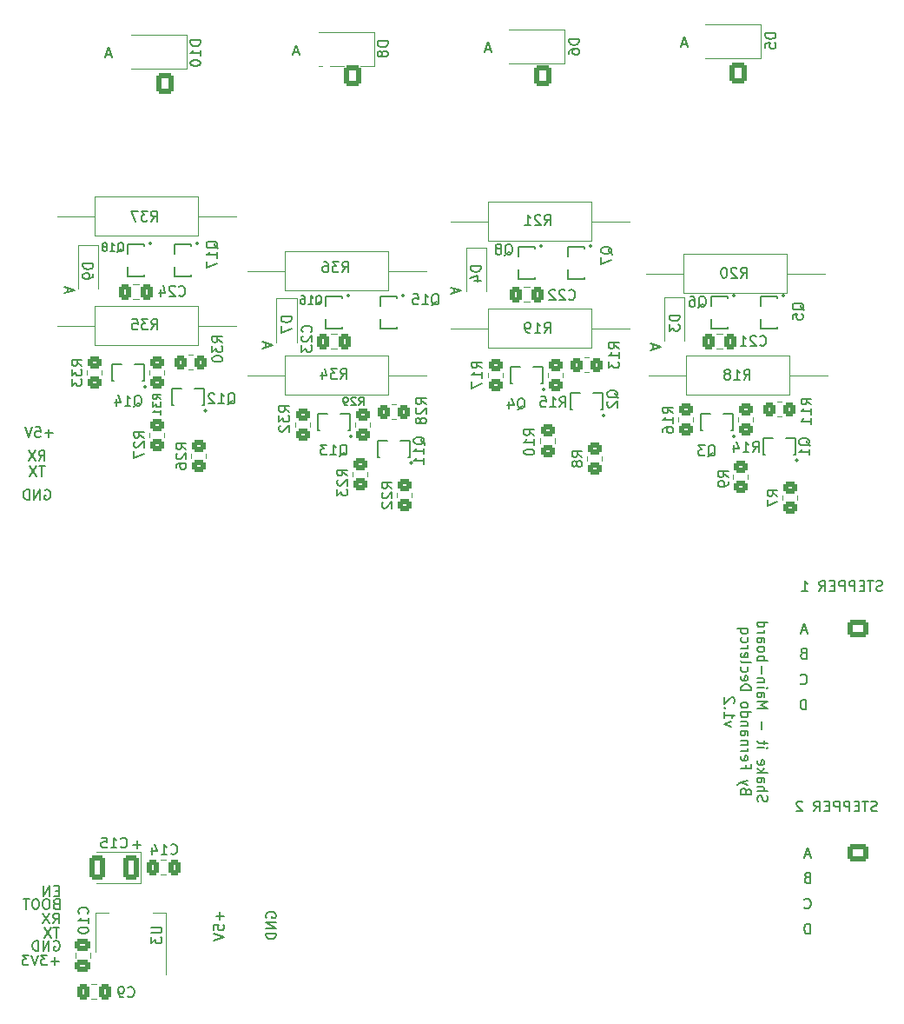
<source format=gbr>
%TF.GenerationSoftware,KiCad,Pcbnew,(6.0.2)*%
%TF.CreationDate,2022-05-13T11:42:35+02:00*%
%TF.ProjectId,shake-it-machine_pcb,7368616b-652d-4697-942d-6d616368696e,rev?*%
%TF.SameCoordinates,PXfad648a0PYf0f792d2*%
%TF.FileFunction,Legend,Bot*%
%TF.FilePolarity,Positive*%
%FSLAX46Y46*%
G04 Gerber Fmt 4.6, Leading zero omitted, Abs format (unit mm)*
G04 Created by KiCad (PCBNEW (6.0.2)) date 2022-05-13 11:42:35*
%MOMM*%
%LPD*%
G01*
G04 APERTURE LIST*
G04 Aperture macros list*
%AMRoundRect*
0 Rectangle with rounded corners*
0 $1 Rounding radius*
0 $2 $3 $4 $5 $6 $7 $8 $9 X,Y pos of 4 corners*
0 Add a 4 corners polygon primitive as box body*
4,1,4,$2,$3,$4,$5,$6,$7,$8,$9,$2,$3,0*
0 Add four circle primitives for the rounded corners*
1,1,$1+$1,$2,$3*
1,1,$1+$1,$4,$5*
1,1,$1+$1,$6,$7*
1,1,$1+$1,$8,$9*
0 Add four rect primitives between the rounded corners*
20,1,$1+$1,$2,$3,$4,$5,0*
20,1,$1+$1,$4,$5,$6,$7,0*
20,1,$1+$1,$6,$7,$8,$9,0*
20,1,$1+$1,$8,$9,$2,$3,0*%
G04 Aperture macros list end*
%ADD10C,0.150000*%
%ADD11C,0.120000*%
%ADD12C,0.152400*%
%ADD13C,0.100000*%
%ADD14R,1.248000X1.248000*%
%ADD15C,1.248000*%
%ADD16RoundRect,0.250000X0.600000X0.750000X-0.600000X0.750000X-0.600000X-0.750000X0.600000X-0.750000X0*%
%ADD17O,1.700000X2.000000*%
%ADD18R,3.000000X2.000000*%
%ADD19O,3.000000X2.000000*%
%ADD20R,2.000000X1.905000*%
%ADD21O,2.000000X1.905000*%
%ADD22R,1.600000X1.600000*%
%ADD23C,1.600000*%
%ADD24RoundRect,0.250000X-0.725000X0.600000X-0.725000X-0.600000X0.725000X-0.600000X0.725000X0.600000X0*%
%ADD25O,1.950000X1.700000*%
%ADD26R,3.000000X3.000000*%
%ADD27C,3.000000*%
%ADD28R,1.500000X1.000000*%
%ADD29O,1.500000X1.000000*%
%ADD30C,0.800000*%
%ADD31C,6.400000*%
%ADD32R,2.500000X1.800000*%
%ADD33R,1.700000X1.300000*%
%ADD34C,2.400000*%
%ADD35O,2.400000X2.400000*%
%ADD36R,1.600000X0.800000*%
%ADD37RoundRect,0.250000X0.337500X0.475000X-0.337500X0.475000X-0.337500X-0.475000X0.337500X-0.475000X0*%
%ADD38RoundRect,0.249999X0.450001X-0.350001X0.450001X0.350001X-0.450001X0.350001X-0.450001X-0.350001X0*%
%ADD39RoundRect,0.249999X-0.350001X-0.450001X0.350001X-0.450001X0.350001X0.450001X-0.350001X0.450001X0*%
%ADD40RoundRect,0.249999X-0.450001X0.350001X-0.450001X-0.350001X0.450001X-0.350001X0.450001X0.350001X0*%
%ADD41R,0.800000X1.600000*%
%ADD42RoundRect,0.250000X0.475000X-0.337500X0.475000X0.337500X-0.475000X0.337500X-0.475000X-0.337500X0*%
%ADD43RoundRect,0.250000X-0.337500X-0.475000X0.337500X-0.475000X0.337500X0.475000X-0.337500X0.475000X0*%
%ADD44RoundRect,0.250000X0.500000X0.925000X-0.500000X0.925000X-0.500000X-0.925000X0.500000X-0.925000X0*%
%ADD45R,1.500000X2.000000*%
%ADD46R,3.800000X2.000000*%
G04 APERTURE END LIST*
D10*
X19030648Y18294750D02*
X19792553Y18294750D01*
X19411600Y18675702D02*
X19411600Y17913798D01*
X16906496Y95272655D02*
X16430305Y95272655D01*
X17001734Y94986941D02*
X16668400Y95986941D01*
X16335067Y94986941D01*
X53838096Y95780655D02*
X53361905Y95780655D01*
X53933334Y95494941D02*
X53600000Y96494941D01*
X53266667Y95494941D01*
X72989696Y96288655D02*
X72513505Y96288655D01*
X73084934Y96002941D02*
X72751600Y97002941D01*
X72418267Y96002941D01*
X12640934Y72563417D02*
X12640934Y72087226D01*
X12355220Y72658655D02*
X13355220Y72325322D01*
X12355220Y71991988D01*
X69740134Y67000817D02*
X69740134Y66524626D01*
X69454420Y67096055D02*
X70454420Y66762722D01*
X69454420Y66429388D01*
X79951239Y22491617D02*
X79903620Y22634474D01*
X79903620Y22872569D01*
X79951239Y22967807D01*
X79998858Y23015426D01*
X80094096Y23063045D01*
X80189334Y23063045D01*
X80284572Y23015426D01*
X80332191Y22967807D01*
X80379810Y22872569D01*
X80427429Y22682093D01*
X80475048Y22586855D01*
X80522667Y22539236D01*
X80617905Y22491617D01*
X80713143Y22491617D01*
X80808381Y22539236D01*
X80856000Y22586855D01*
X80903620Y22682093D01*
X80903620Y22920188D01*
X80856000Y23063045D01*
X79903620Y23491617D02*
X80903620Y23491617D01*
X79903620Y23920188D02*
X80427429Y23920188D01*
X80522667Y23872569D01*
X80570286Y23777331D01*
X80570286Y23634474D01*
X80522667Y23539236D01*
X80475048Y23491617D01*
X79903620Y24824950D02*
X80427429Y24824950D01*
X80522667Y24777331D01*
X80570286Y24682093D01*
X80570286Y24491617D01*
X80522667Y24396379D01*
X79951239Y24824950D02*
X79903620Y24729712D01*
X79903620Y24491617D01*
X79951239Y24396379D01*
X80046477Y24348760D01*
X80141715Y24348760D01*
X80236953Y24396379D01*
X80284572Y24491617D01*
X80284572Y24729712D01*
X80332191Y24824950D01*
X79903620Y25301141D02*
X80903620Y25301141D01*
X80284572Y25396379D02*
X79903620Y25682093D01*
X80570286Y25682093D02*
X80189334Y25301141D01*
X79951239Y26491617D02*
X79903620Y26396379D01*
X79903620Y26205902D01*
X79951239Y26110664D01*
X80046477Y26063045D01*
X80427429Y26063045D01*
X80522667Y26110664D01*
X80570286Y26205902D01*
X80570286Y26396379D01*
X80522667Y26491617D01*
X80427429Y26539236D01*
X80332191Y26539236D01*
X80236953Y26063045D01*
X79903620Y27729712D02*
X80570286Y27729712D01*
X80903620Y27729712D02*
X80856000Y27682093D01*
X80808381Y27729712D01*
X80856000Y27777331D01*
X80903620Y27729712D01*
X80808381Y27729712D01*
X80570286Y28063045D02*
X80570286Y28443998D01*
X80903620Y28205902D02*
X80046477Y28205902D01*
X79951239Y28253522D01*
X79903620Y28348760D01*
X79903620Y28443998D01*
X80284572Y29539236D02*
X80284572Y30301141D01*
X79903620Y31539236D02*
X80903620Y31539236D01*
X80189334Y31872569D01*
X80903620Y32205902D01*
X79903620Y32205902D01*
X79903620Y33110664D02*
X80427429Y33110664D01*
X80522667Y33063045D01*
X80570286Y32967807D01*
X80570286Y32777331D01*
X80522667Y32682093D01*
X79951239Y33110664D02*
X79903620Y33015426D01*
X79903620Y32777331D01*
X79951239Y32682093D01*
X80046477Y32634474D01*
X80141715Y32634474D01*
X80236953Y32682093D01*
X80284572Y32777331D01*
X80284572Y33015426D01*
X80332191Y33110664D01*
X79903620Y33586855D02*
X80570286Y33586855D01*
X80903620Y33586855D02*
X80856000Y33539236D01*
X80808381Y33586855D01*
X80856000Y33634474D01*
X80903620Y33586855D01*
X80808381Y33586855D01*
X80570286Y34063045D02*
X79903620Y34063045D01*
X80475048Y34063045D02*
X80522667Y34110664D01*
X80570286Y34205902D01*
X80570286Y34348760D01*
X80522667Y34443998D01*
X80427429Y34491617D01*
X79903620Y34491617D01*
X80284572Y34967807D02*
X80284572Y35729712D01*
X79903620Y36205902D02*
X80903620Y36205902D01*
X80522667Y36205902D02*
X80570286Y36301141D01*
X80570286Y36491617D01*
X80522667Y36586855D01*
X80475048Y36634474D01*
X80379810Y36682093D01*
X80094096Y36682093D01*
X79998858Y36634474D01*
X79951239Y36586855D01*
X79903620Y36491617D01*
X79903620Y36301141D01*
X79951239Y36205902D01*
X79903620Y37253522D02*
X79951239Y37158283D01*
X79998858Y37110664D01*
X80094096Y37063045D01*
X80379810Y37063045D01*
X80475048Y37110664D01*
X80522667Y37158283D01*
X80570286Y37253522D01*
X80570286Y37396379D01*
X80522667Y37491617D01*
X80475048Y37539236D01*
X80379810Y37586855D01*
X80094096Y37586855D01*
X79998858Y37539236D01*
X79951239Y37491617D01*
X79903620Y37396379D01*
X79903620Y37253522D01*
X79903620Y38443998D02*
X80427429Y38443998D01*
X80522667Y38396379D01*
X80570286Y38301141D01*
X80570286Y38110664D01*
X80522667Y38015426D01*
X79951239Y38443998D02*
X79903620Y38348760D01*
X79903620Y38110664D01*
X79951239Y38015426D01*
X80046477Y37967807D01*
X80141715Y37967807D01*
X80236953Y38015426D01*
X80284572Y38110664D01*
X80284572Y38348760D01*
X80332191Y38443998D01*
X79903620Y38920188D02*
X80570286Y38920188D01*
X80379810Y38920188D02*
X80475048Y38967807D01*
X80522667Y39015426D01*
X80570286Y39110664D01*
X80570286Y39205902D01*
X79903620Y39967807D02*
X80903620Y39967807D01*
X79951239Y39967807D02*
X79903620Y39872569D01*
X79903620Y39682093D01*
X79951239Y39586855D01*
X79998858Y39539236D01*
X80094096Y39491617D01*
X80379810Y39491617D01*
X80475048Y39539236D01*
X80522667Y39586855D01*
X80570286Y39682093D01*
X80570286Y39872569D01*
X80522667Y39967807D01*
X78817429Y23515426D02*
X78769810Y23658283D01*
X78722191Y23705902D01*
X78626953Y23753522D01*
X78484096Y23753522D01*
X78388858Y23705902D01*
X78341239Y23658283D01*
X78293620Y23563045D01*
X78293620Y23182093D01*
X79293620Y23182093D01*
X79293620Y23515426D01*
X79246000Y23610664D01*
X79198381Y23658283D01*
X79103143Y23705902D01*
X79007905Y23705902D01*
X78912667Y23658283D01*
X78865048Y23610664D01*
X78817429Y23515426D01*
X78817429Y23182093D01*
X78960286Y24086855D02*
X78293620Y24324950D01*
X78960286Y24563045D02*
X78293620Y24324950D01*
X78055524Y24229712D01*
X78007905Y24182093D01*
X77960286Y24086855D01*
X78817429Y26039236D02*
X78817429Y25705902D01*
X78293620Y25705902D02*
X79293620Y25705902D01*
X79293620Y26182093D01*
X78341239Y26943998D02*
X78293620Y26848760D01*
X78293620Y26658283D01*
X78341239Y26563045D01*
X78436477Y26515426D01*
X78817429Y26515426D01*
X78912667Y26563045D01*
X78960286Y26658283D01*
X78960286Y26848760D01*
X78912667Y26943998D01*
X78817429Y26991617D01*
X78722191Y26991617D01*
X78626953Y26515426D01*
X78293620Y27420188D02*
X78960286Y27420188D01*
X78769810Y27420188D02*
X78865048Y27467807D01*
X78912667Y27515426D01*
X78960286Y27610664D01*
X78960286Y27705902D01*
X78960286Y28039236D02*
X78293620Y28039236D01*
X78865048Y28039236D02*
X78912667Y28086855D01*
X78960286Y28182093D01*
X78960286Y28324950D01*
X78912667Y28420188D01*
X78817429Y28467807D01*
X78293620Y28467807D01*
X78293620Y29372569D02*
X78817429Y29372569D01*
X78912667Y29324950D01*
X78960286Y29229712D01*
X78960286Y29039236D01*
X78912667Y28943998D01*
X78341239Y29372569D02*
X78293620Y29277331D01*
X78293620Y29039236D01*
X78341239Y28943998D01*
X78436477Y28896379D01*
X78531715Y28896379D01*
X78626953Y28943998D01*
X78674572Y29039236D01*
X78674572Y29277331D01*
X78722191Y29372569D01*
X78960286Y29848760D02*
X78293620Y29848760D01*
X78865048Y29848760D02*
X78912667Y29896379D01*
X78960286Y29991617D01*
X78960286Y30134474D01*
X78912667Y30229712D01*
X78817429Y30277331D01*
X78293620Y30277331D01*
X78293620Y31182093D02*
X79293620Y31182093D01*
X78341239Y31182093D02*
X78293620Y31086855D01*
X78293620Y30896379D01*
X78341239Y30801141D01*
X78388858Y30753522D01*
X78484096Y30705902D01*
X78769810Y30705902D01*
X78865048Y30753522D01*
X78912667Y30801141D01*
X78960286Y30896379D01*
X78960286Y31086855D01*
X78912667Y31182093D01*
X78293620Y31801141D02*
X78341239Y31705902D01*
X78388858Y31658283D01*
X78484096Y31610664D01*
X78769810Y31610664D01*
X78865048Y31658283D01*
X78912667Y31705902D01*
X78960286Y31801141D01*
X78960286Y31943998D01*
X78912667Y32039236D01*
X78865048Y32086855D01*
X78769810Y32134474D01*
X78484096Y32134474D01*
X78388858Y32086855D01*
X78341239Y32039236D01*
X78293620Y31943998D01*
X78293620Y31801141D01*
X78293620Y33324950D02*
X79293620Y33324950D01*
X79293620Y33563045D01*
X79246000Y33705902D01*
X79150762Y33801141D01*
X79055524Y33848760D01*
X78865048Y33896379D01*
X78722191Y33896379D01*
X78531715Y33848760D01*
X78436477Y33801141D01*
X78341239Y33705902D01*
X78293620Y33563045D01*
X78293620Y33324950D01*
X78341239Y34705902D02*
X78293620Y34610664D01*
X78293620Y34420188D01*
X78341239Y34324950D01*
X78436477Y34277331D01*
X78817429Y34277331D01*
X78912667Y34324950D01*
X78960286Y34420188D01*
X78960286Y34610664D01*
X78912667Y34705902D01*
X78817429Y34753522D01*
X78722191Y34753522D01*
X78626953Y34277331D01*
X78341239Y35610664D02*
X78293620Y35515426D01*
X78293620Y35324950D01*
X78341239Y35229712D01*
X78388858Y35182093D01*
X78484096Y35134474D01*
X78769810Y35134474D01*
X78865048Y35182093D01*
X78912667Y35229712D01*
X78960286Y35324950D01*
X78960286Y35515426D01*
X78912667Y35610664D01*
X78293620Y36182093D02*
X78341239Y36086855D01*
X78436477Y36039236D01*
X79293620Y36039236D01*
X78341239Y36943998D02*
X78293620Y36848760D01*
X78293620Y36658283D01*
X78341239Y36563045D01*
X78436477Y36515426D01*
X78817429Y36515426D01*
X78912667Y36563045D01*
X78960286Y36658283D01*
X78960286Y36848760D01*
X78912667Y36943998D01*
X78817429Y36991617D01*
X78722191Y36991617D01*
X78626953Y36515426D01*
X78293620Y37420188D02*
X78960286Y37420188D01*
X78769810Y37420188D02*
X78865048Y37467807D01*
X78912667Y37515426D01*
X78960286Y37610664D01*
X78960286Y37705902D01*
X78341239Y38467807D02*
X78293620Y38372569D01*
X78293620Y38182093D01*
X78341239Y38086855D01*
X78388858Y38039236D01*
X78484096Y37991617D01*
X78769810Y37991617D01*
X78865048Y38039236D01*
X78912667Y38086855D01*
X78960286Y38182093D01*
X78960286Y38372569D01*
X78912667Y38467807D01*
X78960286Y39324950D02*
X77960286Y39324950D01*
X78341239Y39324950D02*
X78293620Y39229712D01*
X78293620Y39039236D01*
X78341239Y38943998D01*
X78388858Y38896379D01*
X78484096Y38848760D01*
X78769810Y38848760D01*
X78865048Y38896379D01*
X78912667Y38943998D01*
X78960286Y39039236D01*
X78960286Y39229712D01*
X78912667Y39324950D01*
X77350286Y29824950D02*
X76683620Y30063045D01*
X77350286Y30301141D01*
X76683620Y31205902D02*
X76683620Y30634474D01*
X76683620Y30920188D02*
X77683620Y30920188D01*
X77540762Y30824950D01*
X77445524Y30729712D01*
X77397905Y30634474D01*
X76778858Y31634474D02*
X76731239Y31682093D01*
X76683620Y31634474D01*
X76731239Y31586855D01*
X76778858Y31634474D01*
X76683620Y31634474D01*
X77588381Y32063045D02*
X77636000Y32110664D01*
X77683620Y32205902D01*
X77683620Y32443998D01*
X77636000Y32539236D01*
X77588381Y32586855D01*
X77493143Y32634474D01*
X77397905Y32634474D01*
X77255048Y32586855D01*
X76683620Y32015426D01*
X76683620Y32634474D01*
X27509429Y11711236D02*
X27509429Y10949331D01*
X27890381Y11330283D02*
X27128477Y11330283D01*
X26890381Y9996950D02*
X26890381Y10473141D01*
X27366572Y10520760D01*
X27318953Y10473141D01*
X27271334Y10377902D01*
X27271334Y10139807D01*
X27318953Y10044569D01*
X27366572Y9996950D01*
X27461810Y9949331D01*
X27699905Y9949331D01*
X27795143Y9996950D01*
X27842762Y10044569D01*
X27890381Y10139807D01*
X27890381Y10377902D01*
X27842762Y10473141D01*
X27795143Y10520760D01*
X26890381Y9663617D02*
X27890381Y9330283D01*
X26890381Y8996950D01*
X84364172Y36938350D02*
X84221315Y36890731D01*
X84173696Y36843112D01*
X84126077Y36747874D01*
X84126077Y36605017D01*
X84173696Y36509779D01*
X84221315Y36462160D01*
X84316553Y36414541D01*
X84697505Y36414541D01*
X84697505Y37414541D01*
X84364172Y37414541D01*
X84268934Y37366922D01*
X84221315Y37319302D01*
X84173696Y37224064D01*
X84173696Y37128826D01*
X84221315Y37033588D01*
X84268934Y36985969D01*
X84364172Y36938350D01*
X84697505Y36938350D01*
X84646705Y31436141D02*
X84646705Y32436141D01*
X84408610Y32436141D01*
X84265753Y32388522D01*
X84170515Y32293283D01*
X84122896Y32198045D01*
X84075277Y32007569D01*
X84075277Y31864712D01*
X84122896Y31674236D01*
X84170515Y31578998D01*
X84265753Y31483760D01*
X84408610Y31436141D01*
X84646705Y31436141D01*
X84100677Y33995179D02*
X84148296Y33947560D01*
X84291153Y33899941D01*
X84386391Y33899941D01*
X84529248Y33947560D01*
X84624486Y34042798D01*
X84672105Y34138036D01*
X84719724Y34328512D01*
X84719724Y34471369D01*
X84672105Y34661845D01*
X84624486Y34757083D01*
X84529248Y34852322D01*
X84386391Y34899941D01*
X84291153Y34899941D01*
X84148296Y34852322D01*
X84100677Y34804702D01*
X84673696Y39164055D02*
X84197505Y39164055D01*
X84768934Y38878341D02*
X84435600Y39878341D01*
X84102267Y38878341D01*
X92072571Y43040760D02*
X91929714Y42993141D01*
X91691619Y42993141D01*
X91596380Y43040760D01*
X91548761Y43088379D01*
X91501142Y43183617D01*
X91501142Y43278855D01*
X91548761Y43374093D01*
X91596380Y43421712D01*
X91691619Y43469331D01*
X91882095Y43516950D01*
X91977333Y43564569D01*
X92024952Y43612188D01*
X92072571Y43707426D01*
X92072571Y43802664D01*
X92024952Y43897902D01*
X91977333Y43945522D01*
X91882095Y43993141D01*
X91643999Y43993141D01*
X91501142Y43945522D01*
X91215428Y43993141D02*
X90643999Y43993141D01*
X90929714Y42993141D02*
X90929714Y43993141D01*
X90310666Y43516950D02*
X89977333Y43516950D01*
X89834476Y42993141D02*
X90310666Y42993141D01*
X90310666Y43993141D01*
X89834476Y43993141D01*
X89405904Y42993141D02*
X89405904Y43993141D01*
X89024952Y43993141D01*
X88929714Y43945522D01*
X88882095Y43897902D01*
X88834476Y43802664D01*
X88834476Y43659807D01*
X88882095Y43564569D01*
X88929714Y43516950D01*
X89024952Y43469331D01*
X89405904Y43469331D01*
X88405904Y42993141D02*
X88405904Y43993141D01*
X88024952Y43993141D01*
X87929714Y43945522D01*
X87882095Y43897902D01*
X87834476Y43802664D01*
X87834476Y43659807D01*
X87882095Y43564569D01*
X87929714Y43516950D01*
X88024952Y43469331D01*
X88405904Y43469331D01*
X87405904Y43516950D02*
X87072571Y43516950D01*
X86929714Y42993141D02*
X87405904Y42993141D01*
X87405904Y43993141D01*
X86929714Y43993141D01*
X85929715Y42993141D02*
X86263048Y43469331D01*
X86501143Y42993141D02*
X86501143Y43993141D01*
X86120191Y43993141D01*
X86024953Y43945522D01*
X85977334Y43897902D01*
X85929715Y43802664D01*
X85929715Y43659807D01*
X85977334Y43564569D01*
X86024953Y43516950D01*
X86120191Y43469331D01*
X86501143Y43469331D01*
X84215429Y42993141D02*
X84786858Y42993141D01*
X84501143Y42993141D02*
X84501143Y43993141D01*
X84596381Y43850283D01*
X84691620Y43755045D01*
X84786858Y43707426D01*
X11793096Y13798950D02*
X11459762Y13798950D01*
X11316905Y13275141D02*
X11793096Y13275141D01*
X11793096Y14275141D01*
X11316905Y14275141D01*
X10888334Y13275141D02*
X10888334Y14275141D01*
X10316905Y13275141D01*
X10316905Y14275141D01*
X11221667Y10608141D02*
X11555000Y11084331D01*
X11793096Y10608141D02*
X11793096Y11608141D01*
X11412143Y11608141D01*
X11316905Y11560522D01*
X11269286Y11512902D01*
X11221667Y11417664D01*
X11221667Y11274807D01*
X11269286Y11179569D01*
X11316905Y11131950D01*
X11412143Y11084331D01*
X11793096Y11084331D01*
X10888334Y11608141D02*
X10221667Y10608141D01*
X10221667Y11608141D02*
X10888334Y10608141D01*
X11523143Y12528950D02*
X11380286Y12481331D01*
X11332667Y12433712D01*
X11285048Y12338474D01*
X11285048Y12195617D01*
X11332667Y12100379D01*
X11380286Y12052760D01*
X11475524Y12005141D01*
X11856477Y12005141D01*
X11856477Y13005141D01*
X11523143Y13005141D01*
X11427905Y12957522D01*
X11380286Y12909902D01*
X11332667Y12814664D01*
X11332667Y12719426D01*
X11380286Y12624188D01*
X11427905Y12576569D01*
X11523143Y12528950D01*
X11856477Y12528950D01*
X10666000Y13005141D02*
X10475524Y13005141D01*
X10380286Y12957522D01*
X10285048Y12862283D01*
X10237429Y12671807D01*
X10237429Y12338474D01*
X10285048Y12147998D01*
X10380286Y12052760D01*
X10475524Y12005141D01*
X10666000Y12005141D01*
X10761239Y12052760D01*
X10856477Y12147998D01*
X10904096Y12338474D01*
X10904096Y12671807D01*
X10856477Y12862283D01*
X10761239Y12957522D01*
X10666000Y13005141D01*
X9618381Y13005141D02*
X9427905Y13005141D01*
X9332667Y12957522D01*
X9237429Y12862283D01*
X9189810Y12671807D01*
X9189810Y12338474D01*
X9237429Y12147998D01*
X9332667Y12052760D01*
X9427905Y12005141D01*
X9618381Y12005141D01*
X9713620Y12052760D01*
X9808858Y12147998D01*
X9856477Y12338474D01*
X9856477Y12671807D01*
X9808858Y12862283D01*
X9713620Y12957522D01*
X9618381Y13005141D01*
X8904096Y13005141D02*
X8332667Y13005141D01*
X8618381Y12005141D02*
X8618381Y13005141D01*
X11816905Y10211141D02*
X11245477Y10211141D01*
X11531191Y9211141D02*
X11531191Y10211141D01*
X11007381Y10211141D02*
X10340715Y9211141D01*
X10340715Y10211141D02*
X11007381Y9211141D01*
X11800905Y6925093D02*
X11039000Y6925093D01*
X11419953Y6544141D02*
X11419953Y7306045D01*
X10658048Y7544141D02*
X10039000Y7544141D01*
X10372334Y7163188D01*
X10229477Y7163188D01*
X10134239Y7115569D01*
X10086620Y7067950D01*
X10039000Y6972712D01*
X10039000Y6734617D01*
X10086620Y6639379D01*
X10134239Y6591760D01*
X10229477Y6544141D01*
X10515191Y6544141D01*
X10610429Y6591760D01*
X10658048Y6639379D01*
X9753286Y7544141D02*
X9419953Y6544141D01*
X9086620Y7544141D01*
X8848524Y7544141D02*
X8229477Y7544141D01*
X8562810Y7163188D01*
X8419953Y7163188D01*
X8324715Y7115569D01*
X8277096Y7067950D01*
X8229477Y6972712D01*
X8229477Y6734617D01*
X8277096Y6639379D01*
X8324715Y6591760D01*
X8419953Y6544141D01*
X8705667Y6544141D01*
X8800905Y6591760D01*
X8848524Y6639379D01*
X11308905Y8893522D02*
X11404143Y8941141D01*
X11547000Y8941141D01*
X11689858Y8893522D01*
X11785096Y8798283D01*
X11832715Y8703045D01*
X11880334Y8512569D01*
X11880334Y8369712D01*
X11832715Y8179236D01*
X11785096Y8083998D01*
X11689858Y7988760D01*
X11547000Y7941141D01*
X11451762Y7941141D01*
X11308905Y7988760D01*
X11261286Y8036379D01*
X11261286Y8369712D01*
X11451762Y8369712D01*
X10832715Y7941141D02*
X10832715Y8941141D01*
X10261286Y7941141D01*
X10261286Y8941141D01*
X9785096Y7941141D02*
X9785096Y8941141D01*
X9547000Y8941141D01*
X9404143Y8893522D01*
X9308905Y8798283D01*
X9261286Y8703045D01*
X9213667Y8512569D01*
X9213667Y8369712D01*
X9261286Y8179236D01*
X9308905Y8083998D01*
X9404143Y7988760D01*
X9547000Y7941141D01*
X9785096Y7941141D01*
X10419905Y52835522D02*
X10515143Y52883141D01*
X10658000Y52883141D01*
X10800858Y52835522D01*
X10896096Y52740283D01*
X10943715Y52645045D01*
X10991334Y52454569D01*
X10991334Y52311712D01*
X10943715Y52121236D01*
X10896096Y52025998D01*
X10800858Y51930760D01*
X10658000Y51883141D01*
X10562762Y51883141D01*
X10419905Y51930760D01*
X10372286Y51978379D01*
X10372286Y52311712D01*
X10562762Y52311712D01*
X9943715Y51883141D02*
X9943715Y52883141D01*
X9372286Y51883141D01*
X9372286Y52883141D01*
X8896096Y51883141D02*
X8896096Y52883141D01*
X8658000Y52883141D01*
X8515143Y52835522D01*
X8419905Y52740283D01*
X8372286Y52645045D01*
X8324667Y52454569D01*
X8324667Y52311712D01*
X8372286Y52121236D01*
X8419905Y52025998D01*
X8515143Y51930760D01*
X8658000Y51883141D01*
X8896096Y51883141D01*
X10419905Y55169141D02*
X9848477Y55169141D01*
X10134191Y54169141D02*
X10134191Y55169141D01*
X9610381Y55169141D02*
X8943715Y54169141D01*
X8943715Y55169141D02*
X9610381Y54169141D01*
X9824667Y55693141D02*
X10158000Y56169331D01*
X10396096Y55693141D02*
X10396096Y56693141D01*
X10015143Y56693141D01*
X9919905Y56645522D01*
X9872286Y56597902D01*
X9824667Y56502664D01*
X9824667Y56359807D01*
X9872286Y56264569D01*
X9919905Y56216950D01*
X10015143Y56169331D01*
X10396096Y56169331D01*
X9491334Y56693141D02*
X8824667Y55693141D01*
X8824667Y56693141D02*
X9491334Y55693141D01*
X11197715Y58360093D02*
X10435810Y58360093D01*
X10816762Y57979141D02*
X10816762Y58741045D01*
X9483429Y58979141D02*
X9959620Y58979141D01*
X10007239Y58502950D01*
X9959620Y58550569D01*
X9864381Y58598188D01*
X9626286Y58598188D01*
X9531048Y58550569D01*
X9483429Y58502950D01*
X9435810Y58407712D01*
X9435810Y58169617D01*
X9483429Y58074379D01*
X9531048Y58026760D01*
X9626286Y57979141D01*
X9864381Y57979141D01*
X9959620Y58026760D01*
X10007239Y58074379D01*
X9150096Y58979141D02*
X8816762Y57979141D01*
X8483429Y58979141D01*
X32018000Y11187426D02*
X31970381Y11282664D01*
X31970381Y11425522D01*
X32018000Y11568379D01*
X32113239Y11663617D01*
X32208477Y11711236D01*
X32398953Y11758855D01*
X32541810Y11758855D01*
X32732286Y11711236D01*
X32827524Y11663617D01*
X32922762Y11568379D01*
X32970381Y11425522D01*
X32970381Y11330283D01*
X32922762Y11187426D01*
X32875143Y11139807D01*
X32541810Y11139807D01*
X32541810Y11330283D01*
X32970381Y10711236D02*
X31970381Y10711236D01*
X32970381Y10139807D01*
X31970381Y10139807D01*
X32970381Y9663617D02*
X31970381Y9663617D01*
X31970381Y9425522D01*
X32018000Y9282664D01*
X32113239Y9187426D01*
X32208477Y9139807D01*
X32398953Y9092188D01*
X32541810Y9092188D01*
X32732286Y9139807D01*
X32827524Y9187426D01*
X32922762Y9282664D01*
X32970381Y9425522D01*
X32970381Y9663617D01*
X50309134Y72487217D02*
X50309134Y72011026D01*
X50023420Y72582455D02*
X51023420Y72249122D01*
X50023420Y71915788D01*
X91564571Y21577760D02*
X91421714Y21530141D01*
X91183619Y21530141D01*
X91088380Y21577760D01*
X91040761Y21625379D01*
X90993142Y21720617D01*
X90993142Y21815855D01*
X91040761Y21911093D01*
X91088380Y21958712D01*
X91183619Y22006331D01*
X91374095Y22053950D01*
X91469333Y22101569D01*
X91516952Y22149188D01*
X91564571Y22244426D01*
X91564571Y22339664D01*
X91516952Y22434902D01*
X91469333Y22482522D01*
X91374095Y22530141D01*
X91135999Y22530141D01*
X90993142Y22482522D01*
X90707428Y22530141D02*
X90135999Y22530141D01*
X90421714Y21530141D02*
X90421714Y22530141D01*
X89802666Y22053950D02*
X89469333Y22053950D01*
X89326476Y21530141D02*
X89802666Y21530141D01*
X89802666Y22530141D01*
X89326476Y22530141D01*
X88897904Y21530141D02*
X88897904Y22530141D01*
X88516952Y22530141D01*
X88421714Y22482522D01*
X88374095Y22434902D01*
X88326476Y22339664D01*
X88326476Y22196807D01*
X88374095Y22101569D01*
X88421714Y22053950D01*
X88516952Y22006331D01*
X88897904Y22006331D01*
X87897904Y21530141D02*
X87897904Y22530141D01*
X87516952Y22530141D01*
X87421714Y22482522D01*
X87374095Y22434902D01*
X87326476Y22339664D01*
X87326476Y22196807D01*
X87374095Y22101569D01*
X87421714Y22053950D01*
X87516952Y22006331D01*
X87897904Y22006331D01*
X86897904Y22053950D02*
X86564572Y22053950D01*
X86421715Y21530141D02*
X86897904Y21530141D01*
X86897904Y22530141D01*
X86421715Y22530141D01*
X85421715Y21530141D02*
X85755048Y22006331D01*
X85993143Y21530141D02*
X85993143Y22530141D01*
X85612191Y22530141D01*
X85516953Y22482522D01*
X85469334Y22434902D01*
X85421715Y22339664D01*
X85421715Y22196807D01*
X85469334Y22101569D01*
X85516953Y22053950D01*
X85612191Y22006331D01*
X85993143Y22006331D01*
X84278858Y22434902D02*
X84231239Y22482522D01*
X84136000Y22530141D01*
X83897905Y22530141D01*
X83802667Y22482522D01*
X83755048Y22434902D01*
X83707429Y22339664D01*
X83707429Y22244426D01*
X83755048Y22101569D01*
X84326477Y21530141D01*
X83707429Y21530141D01*
X31944934Y67204017D02*
X31944934Y66727826D01*
X31659220Y67299255D02*
X32659220Y66965922D01*
X31659220Y66632588D01*
X84481677Y12151179D02*
X84529296Y12103560D01*
X84672153Y12055941D01*
X84767391Y12055941D01*
X84910248Y12103560D01*
X85005486Y12198798D01*
X85053105Y12294036D01*
X85100724Y12484512D01*
X85100724Y12627369D01*
X85053105Y12817845D01*
X85005486Y12913083D01*
X84910248Y13008322D01*
X84767391Y13055941D01*
X84672153Y13055941D01*
X84529296Y13008322D01*
X84481677Y12960702D01*
X85054696Y17320055D02*
X84578505Y17320055D01*
X85149934Y17034341D02*
X84816600Y18034341D01*
X84483267Y17034341D01*
X35194496Y95475855D02*
X34718305Y95475855D01*
X35289734Y95190141D02*
X34956400Y96190141D01*
X34623067Y95190141D01*
X85027705Y9592141D02*
X85027705Y10592141D01*
X84789610Y10592141D01*
X84646753Y10544522D01*
X84551515Y10449283D01*
X84503896Y10354045D01*
X84456277Y10163569D01*
X84456277Y10020712D01*
X84503896Y9830236D01*
X84551515Y9734998D01*
X84646753Y9639760D01*
X84789610Y9592141D01*
X85027705Y9592141D01*
X84745172Y15094350D02*
X84602315Y15046731D01*
X84554696Y14999112D01*
X84507077Y14903874D01*
X84507077Y14761017D01*
X84554696Y14665779D01*
X84602315Y14618160D01*
X84697553Y14570541D01*
X85078505Y14570541D01*
X85078505Y15570541D01*
X84745172Y15570541D01*
X84649934Y15522922D01*
X84602315Y15475302D01*
X84554696Y15380064D01*
X84554696Y15284826D01*
X84602315Y15189588D01*
X84649934Y15141969D01*
X84745172Y15094350D01*
X85078505Y15094350D01*
%TO.C,D8*%
X43866981Y96558417D02*
X42866981Y96558417D01*
X42866981Y96320322D01*
X42914600Y96177464D01*
X43009839Y96082226D01*
X43105077Y96034607D01*
X43295553Y95986988D01*
X43438410Y95986988D01*
X43628886Y96034607D01*
X43724124Y96082226D01*
X43819362Y96177464D01*
X43866981Y96320322D01*
X43866981Y96558417D01*
X43295553Y95415560D02*
X43247934Y95510798D01*
X43200315Y95558417D01*
X43105077Y95606036D01*
X43057458Y95606036D01*
X42962220Y95558417D01*
X42914600Y95510798D01*
X42866981Y95415560D01*
X42866981Y95225083D01*
X42914600Y95129845D01*
X42962220Y95082226D01*
X43057458Y95034607D01*
X43105077Y95034607D01*
X43200315Y95082226D01*
X43247934Y95129845D01*
X43295553Y95225083D01*
X43295553Y95415560D01*
X43343172Y95510798D01*
X43390791Y95558417D01*
X43486029Y95606036D01*
X43676505Y95606036D01*
X43771743Y95558417D01*
X43819362Y95510798D01*
X43866981Y95415560D01*
X43866981Y95225083D01*
X43819362Y95129845D01*
X43771743Y95082226D01*
X43676505Y95034607D01*
X43486029Y95034607D01*
X43390791Y95082226D01*
X43343172Y95129845D01*
X43295553Y95225083D01*
%TO.C,D7*%
X34468981Y69736017D02*
X33468981Y69736017D01*
X33468981Y69497922D01*
X33516600Y69355064D01*
X33611839Y69259826D01*
X33707077Y69212207D01*
X33897553Y69164588D01*
X34040410Y69164588D01*
X34230886Y69212207D01*
X34326124Y69259826D01*
X34421362Y69355064D01*
X34468981Y69497922D01*
X34468981Y69736017D01*
X33468981Y68831255D02*
X33468981Y68164588D01*
X34468981Y68593160D01*
%TO.C,R18*%
X78576058Y63567141D02*
X78909391Y64043331D01*
X79147486Y63567141D02*
X79147486Y64567141D01*
X78766534Y64567141D01*
X78671296Y64519522D01*
X78623677Y64471902D01*
X78576058Y64376664D01*
X78576058Y64233807D01*
X78623677Y64138569D01*
X78671296Y64090950D01*
X78766534Y64043331D01*
X79147486Y64043331D01*
X77623677Y63567141D02*
X78195105Y63567141D01*
X77909391Y63567141D02*
X77909391Y64567141D01*
X78004629Y64424283D01*
X78099867Y64329045D01*
X78195105Y64281426D01*
X77052248Y64138569D02*
X77147486Y64186188D01*
X77195105Y64233807D01*
X77242724Y64329045D01*
X77242724Y64376664D01*
X77195105Y64471902D01*
X77147486Y64519522D01*
X77052248Y64567141D01*
X76861772Y64567141D01*
X76766534Y64519522D01*
X76718915Y64471902D01*
X76671296Y64376664D01*
X76671296Y64329045D01*
X76718915Y64233807D01*
X76766534Y64186188D01*
X76861772Y64138569D01*
X77052248Y64138569D01*
X77147486Y64090950D01*
X77195105Y64043331D01*
X77242724Y63948093D01*
X77242724Y63757617D01*
X77195105Y63662379D01*
X77147486Y63614760D01*
X77052248Y63567141D01*
X76861772Y63567141D01*
X76766534Y63614760D01*
X76718915Y63662379D01*
X76671296Y63757617D01*
X76671296Y63948093D01*
X76718915Y64043331D01*
X76766534Y64090950D01*
X76861772Y64138569D01*
%TO.C,R20*%
X78271258Y73498541D02*
X78604591Y73974731D01*
X78842686Y73498541D02*
X78842686Y74498541D01*
X78461734Y74498541D01*
X78366496Y74450922D01*
X78318877Y74403302D01*
X78271258Y74308064D01*
X78271258Y74165207D01*
X78318877Y74069969D01*
X78366496Y74022350D01*
X78461734Y73974731D01*
X78842686Y73974731D01*
X77890305Y74403302D02*
X77842686Y74450922D01*
X77747448Y74498541D01*
X77509353Y74498541D01*
X77414115Y74450922D01*
X77366496Y74403302D01*
X77318877Y74308064D01*
X77318877Y74212826D01*
X77366496Y74069969D01*
X77937924Y73498541D01*
X77318877Y73498541D01*
X76699829Y74498541D02*
X76604591Y74498541D01*
X76509353Y74450922D01*
X76461734Y74403302D01*
X76414115Y74308064D01*
X76366496Y74117588D01*
X76366496Y73879493D01*
X76414115Y73689017D01*
X76461734Y73593779D01*
X76509353Y73546160D01*
X76604591Y73498541D01*
X76699829Y73498541D01*
X76795067Y73546160D01*
X76842686Y73593779D01*
X76890305Y73689017D01*
X76937924Y73879493D01*
X76937924Y74117588D01*
X76890305Y74308064D01*
X76842686Y74403302D01*
X76795067Y74450922D01*
X76699829Y74498541D01*
%TO.C,R34*%
X39256858Y63643341D02*
X39590191Y64119531D01*
X39828286Y63643341D02*
X39828286Y64643341D01*
X39447334Y64643341D01*
X39352096Y64595722D01*
X39304477Y64548102D01*
X39256858Y64452864D01*
X39256858Y64310007D01*
X39304477Y64214769D01*
X39352096Y64167150D01*
X39447334Y64119531D01*
X39828286Y64119531D01*
X38923524Y64643341D02*
X38304477Y64643341D01*
X38637810Y64262388D01*
X38494953Y64262388D01*
X38399715Y64214769D01*
X38352096Y64167150D01*
X38304477Y64071912D01*
X38304477Y63833817D01*
X38352096Y63738579D01*
X38399715Y63690960D01*
X38494953Y63643341D01*
X38780667Y63643341D01*
X38875905Y63690960D01*
X38923524Y63738579D01*
X37447334Y64310007D02*
X37447334Y63643341D01*
X37685429Y64690960D02*
X37923524Y63976674D01*
X37304477Y63976674D01*
%TO.C,R36*%
X39409258Y74057341D02*
X39742591Y74533531D01*
X39980686Y74057341D02*
X39980686Y75057341D01*
X39599734Y75057341D01*
X39504496Y75009722D01*
X39456877Y74962102D01*
X39409258Y74866864D01*
X39409258Y74724007D01*
X39456877Y74628769D01*
X39504496Y74581150D01*
X39599734Y74533531D01*
X39980686Y74533531D01*
X39075924Y75057341D02*
X38456877Y75057341D01*
X38790210Y74676388D01*
X38647353Y74676388D01*
X38552115Y74628769D01*
X38504496Y74581150D01*
X38456877Y74485912D01*
X38456877Y74247817D01*
X38504496Y74152579D01*
X38552115Y74104960D01*
X38647353Y74057341D01*
X38933067Y74057341D01*
X39028305Y74104960D01*
X39075924Y74152579D01*
X37599734Y75057341D02*
X37790210Y75057341D01*
X37885448Y75009722D01*
X37933067Y74962102D01*
X38028305Y74819245D01*
X38075924Y74628769D01*
X38075924Y74247817D01*
X38028305Y74152579D01*
X37980686Y74104960D01*
X37885448Y74057341D01*
X37694972Y74057341D01*
X37599734Y74104960D01*
X37552115Y74152579D01*
X37504496Y74247817D01*
X37504496Y74485912D01*
X37552115Y74581150D01*
X37599734Y74628769D01*
X37694972Y74676388D01*
X37885448Y74676388D01*
X37980686Y74628769D01*
X38028305Y74581150D01*
X38075924Y74485912D01*
%TO.C,R37*%
X20765658Y79010341D02*
X21098991Y79486531D01*
X21337086Y79010341D02*
X21337086Y80010341D01*
X20956134Y80010341D01*
X20860896Y79962722D01*
X20813277Y79915102D01*
X20765658Y79819864D01*
X20765658Y79677007D01*
X20813277Y79581769D01*
X20860896Y79534150D01*
X20956134Y79486531D01*
X21337086Y79486531D01*
X20432324Y80010341D02*
X19813277Y80010341D01*
X20146610Y79629388D01*
X20003753Y79629388D01*
X19908515Y79581769D01*
X19860896Y79534150D01*
X19813277Y79438912D01*
X19813277Y79200817D01*
X19860896Y79105579D01*
X19908515Y79057960D01*
X20003753Y79010341D01*
X20289467Y79010341D01*
X20384705Y79057960D01*
X20432324Y79105579D01*
X19479943Y80010341D02*
X18813277Y80010341D01*
X19241848Y79010341D01*
%TO.C,D9*%
X15139581Y74917617D02*
X14139581Y74917617D01*
X14139581Y74679522D01*
X14187200Y74536664D01*
X14282439Y74441426D01*
X14377677Y74393807D01*
X14568153Y74346188D01*
X14711010Y74346188D01*
X14901486Y74393807D01*
X14996724Y74441426D01*
X15091962Y74536664D01*
X15139581Y74679522D01*
X15139581Y74917617D01*
X15139581Y73869998D02*
X15139581Y73679522D01*
X15091962Y73584283D01*
X15044343Y73536664D01*
X14901486Y73441426D01*
X14711010Y73393807D01*
X14330058Y73393807D01*
X14234820Y73441426D01*
X14187200Y73489045D01*
X14139581Y73584283D01*
X14139581Y73774760D01*
X14187200Y73869998D01*
X14234820Y73917617D01*
X14330058Y73965236D01*
X14568153Y73965236D01*
X14663391Y73917617D01*
X14711010Y73869998D01*
X14758629Y73774760D01*
X14758629Y73584283D01*
X14711010Y73489045D01*
X14663391Y73441426D01*
X14568153Y73393807D01*
%TO.C,Q17*%
X27274420Y76351150D02*
X27226800Y76446388D01*
X27131562Y76541626D01*
X26988705Y76684483D01*
X26941086Y76779722D01*
X26941086Y76874960D01*
X27179181Y76827341D02*
X27131562Y76922579D01*
X27036324Y77017817D01*
X26845848Y77065436D01*
X26512515Y77065436D01*
X26322039Y77017817D01*
X26226800Y76922579D01*
X26179181Y76827341D01*
X26179181Y76636864D01*
X26226800Y76541626D01*
X26322039Y76446388D01*
X26512515Y76398769D01*
X26845848Y76398769D01*
X27036324Y76446388D01*
X27131562Y76541626D01*
X27179181Y76636864D01*
X27179181Y76827341D01*
X27179181Y75446388D02*
X27179181Y76017817D01*
X27179181Y75732102D02*
X26179181Y75732102D01*
X26322039Y75827341D01*
X26417277Y75922579D01*
X26464896Y76017817D01*
X26179181Y75113055D02*
X26179181Y74446388D01*
X27179181Y74874960D01*
%TO.C,Q18*%
X17506543Y76027426D02*
X17582734Y76065522D01*
X17658924Y76141712D01*
X17773210Y76255998D01*
X17849400Y76294093D01*
X17925591Y76294093D01*
X17887496Y76103617D02*
X17963686Y76141712D01*
X18039877Y76217902D01*
X18077972Y76370283D01*
X18077972Y76636950D01*
X18039877Y76789331D01*
X17963686Y76865522D01*
X17887496Y76903617D01*
X17735115Y76903617D01*
X17658924Y76865522D01*
X17582734Y76789331D01*
X17544639Y76636950D01*
X17544639Y76370283D01*
X17582734Y76217902D01*
X17658924Y76141712D01*
X17735115Y76103617D01*
X17887496Y76103617D01*
X16782734Y76103617D02*
X17239877Y76103617D01*
X17011305Y76103617D02*
X17011305Y76903617D01*
X17087496Y76789331D01*
X17163686Y76713141D01*
X17239877Y76675045D01*
X16325591Y76560760D02*
X16401781Y76598855D01*
X16439877Y76636950D01*
X16477972Y76713141D01*
X16477972Y76751236D01*
X16439877Y76827426D01*
X16401781Y76865522D01*
X16325591Y76903617D01*
X16173210Y76903617D01*
X16097020Y76865522D01*
X16058924Y76827426D01*
X16020829Y76751236D01*
X16020829Y76713141D01*
X16058924Y76636950D01*
X16097020Y76598855D01*
X16173210Y76560760D01*
X16325591Y76560760D01*
X16401781Y76522664D01*
X16439877Y76484569D01*
X16477972Y76408379D01*
X16477972Y76255998D01*
X16439877Y76179807D01*
X16401781Y76141712D01*
X16325591Y76103617D01*
X16173210Y76103617D01*
X16097020Y76141712D01*
X16058924Y76179807D01*
X16020829Y76255998D01*
X16020829Y76408379D01*
X16058924Y76484569D01*
X16097020Y76522664D01*
X16173210Y76560760D01*
%TO.C,C24*%
X23508858Y71815779D02*
X23556477Y71768160D01*
X23699334Y71720541D01*
X23794572Y71720541D01*
X23937429Y71768160D01*
X24032667Y71863398D01*
X24080286Y71958636D01*
X24127905Y72149112D01*
X24127905Y72291969D01*
X24080286Y72482445D01*
X24032667Y72577683D01*
X23937429Y72672922D01*
X23794572Y72720541D01*
X23699334Y72720541D01*
X23556477Y72672922D01*
X23508858Y72625302D01*
X23127905Y72625302D02*
X23080286Y72672922D01*
X22985048Y72720541D01*
X22746953Y72720541D01*
X22651715Y72672922D01*
X22604096Y72625302D01*
X22556477Y72530064D01*
X22556477Y72434826D01*
X22604096Y72291969D01*
X23175524Y71720541D01*
X22556477Y71720541D01*
X21699334Y72387207D02*
X21699334Y71720541D01*
X21937429Y72768160D02*
X22175524Y72053874D01*
X21556477Y72053874D01*
%TO.C,R35*%
X20816458Y68469341D02*
X21149791Y68945531D01*
X21387886Y68469341D02*
X21387886Y69469341D01*
X21006934Y69469341D01*
X20911696Y69421722D01*
X20864077Y69374102D01*
X20816458Y69278864D01*
X20816458Y69136007D01*
X20864077Y69040769D01*
X20911696Y68993150D01*
X21006934Y68945531D01*
X21387886Y68945531D01*
X20483124Y69469341D02*
X19864077Y69469341D01*
X20197410Y69088388D01*
X20054553Y69088388D01*
X19959315Y69040769D01*
X19911696Y68993150D01*
X19864077Y68897912D01*
X19864077Y68659817D01*
X19911696Y68564579D01*
X19959315Y68516960D01*
X20054553Y68469341D01*
X20340267Y68469341D01*
X20435505Y68516960D01*
X20483124Y68564579D01*
X18959315Y69469341D02*
X19435505Y69469341D01*
X19483124Y68993150D01*
X19435505Y69040769D01*
X19340267Y69088388D01*
X19102172Y69088388D01*
X19006934Y69040769D01*
X18959315Y68993150D01*
X18911696Y68897912D01*
X18911696Y68659817D01*
X18959315Y68564579D01*
X19006934Y68516960D01*
X19102172Y68469341D01*
X19340267Y68469341D01*
X19435505Y68516960D01*
X19483124Y68564579D01*
%TO.C,C23*%
X36380343Y68218379D02*
X36427962Y68265998D01*
X36475581Y68408855D01*
X36475581Y68504093D01*
X36427962Y68646950D01*
X36332724Y68742188D01*
X36237486Y68789807D01*
X36047010Y68837426D01*
X35904153Y68837426D01*
X35713677Y68789807D01*
X35618439Y68742188D01*
X35523200Y68646950D01*
X35475581Y68504093D01*
X35475581Y68408855D01*
X35523200Y68265998D01*
X35570820Y68218379D01*
X35570820Y67837426D02*
X35523200Y67789807D01*
X35475581Y67694569D01*
X35475581Y67456474D01*
X35523200Y67361236D01*
X35570820Y67313617D01*
X35666058Y67265998D01*
X35761296Y67265998D01*
X35904153Y67313617D01*
X36475581Y67885045D01*
X36475581Y67265998D01*
X35475581Y66932664D02*
X35475581Y66313617D01*
X35856534Y66646950D01*
X35856534Y66504093D01*
X35904153Y66408855D01*
X35951772Y66361236D01*
X36047010Y66313617D01*
X36285105Y66313617D01*
X36380343Y66361236D01*
X36427962Y66408855D01*
X36475581Y66504093D01*
X36475581Y66789807D01*
X36427962Y66885045D01*
X36380343Y66932664D01*
%TO.C,R21*%
X59119658Y78629341D02*
X59452991Y79105531D01*
X59691086Y78629341D02*
X59691086Y79629341D01*
X59310134Y79629341D01*
X59214896Y79581722D01*
X59167277Y79534102D01*
X59119658Y79438864D01*
X59119658Y79296007D01*
X59167277Y79200769D01*
X59214896Y79153150D01*
X59310134Y79105531D01*
X59691086Y79105531D01*
X58738705Y79534102D02*
X58691086Y79581722D01*
X58595848Y79629341D01*
X58357753Y79629341D01*
X58262515Y79581722D01*
X58214896Y79534102D01*
X58167277Y79438864D01*
X58167277Y79343626D01*
X58214896Y79200769D01*
X58786324Y78629341D01*
X58167277Y78629341D01*
X57214896Y78629341D02*
X57786324Y78629341D01*
X57500610Y78629341D02*
X57500610Y79629341D01*
X57595848Y79486483D01*
X57691086Y79391245D01*
X57786324Y79343626D01*
%TO.C,R19*%
X59119658Y68139141D02*
X59452991Y68615331D01*
X59691086Y68139141D02*
X59691086Y69139141D01*
X59310134Y69139141D01*
X59214896Y69091522D01*
X59167277Y69043902D01*
X59119658Y68948664D01*
X59119658Y68805807D01*
X59167277Y68710569D01*
X59214896Y68662950D01*
X59310134Y68615331D01*
X59691086Y68615331D01*
X58167277Y68139141D02*
X58738705Y68139141D01*
X58452991Y68139141D02*
X58452991Y69139141D01*
X58548229Y68996283D01*
X58643467Y68901045D01*
X58738705Y68853426D01*
X57691086Y68139141D02*
X57500610Y68139141D01*
X57405372Y68186760D01*
X57357753Y68234379D01*
X57262515Y68377236D01*
X57214896Y68567712D01*
X57214896Y68948664D01*
X57262515Y69043902D01*
X57310134Y69091522D01*
X57405372Y69139141D01*
X57595848Y69139141D01*
X57691086Y69091522D01*
X57738705Y69043902D01*
X57786324Y68948664D01*
X57786324Y68710569D01*
X57738705Y68615331D01*
X57691086Y68567712D01*
X57595848Y68520093D01*
X57405372Y68520093D01*
X57310134Y68567712D01*
X57262515Y68615331D01*
X57214896Y68710569D01*
%TO.C,R17*%
X53036381Y64713179D02*
X52560191Y65046512D01*
X53036381Y65284607D02*
X52036381Y65284607D01*
X52036381Y64903655D01*
X52084000Y64808417D01*
X52131620Y64760798D01*
X52226858Y64713179D01*
X52369715Y64713179D01*
X52464953Y64760798D01*
X52512572Y64808417D01*
X52560191Y64903655D01*
X52560191Y65284607D01*
X53036381Y63760798D02*
X53036381Y64332226D01*
X53036381Y64046512D02*
X52036381Y64046512D01*
X52179239Y64141750D01*
X52274477Y64236988D01*
X52322096Y64332226D01*
X52036381Y63427464D02*
X52036381Y62760798D01*
X53036381Y63189369D01*
%TO.C,R13*%
X66396781Y66618179D02*
X65920591Y66951512D01*
X66396781Y67189607D02*
X65396781Y67189607D01*
X65396781Y66808655D01*
X65444400Y66713417D01*
X65492020Y66665798D01*
X65587258Y66618179D01*
X65730115Y66618179D01*
X65825353Y66665798D01*
X65872972Y66713417D01*
X65920591Y66808655D01*
X65920591Y67189607D01*
X66396781Y65665798D02*
X66396781Y66237226D01*
X66396781Y65951512D02*
X65396781Y65951512D01*
X65539639Y66046750D01*
X65634877Y66141988D01*
X65682496Y66237226D01*
X65396781Y65332464D02*
X65396781Y64713417D01*
X65777734Y65046750D01*
X65777734Y64903893D01*
X65825353Y64808655D01*
X65872972Y64761036D01*
X65968210Y64713417D01*
X66206305Y64713417D01*
X66301543Y64761036D01*
X66349162Y64808655D01*
X66396781Y64903893D01*
X66396781Y65189607D01*
X66349162Y65284845D01*
X66301543Y65332464D01*
%TO.C,R10*%
X58141781Y58159979D02*
X57665591Y58493312D01*
X58141781Y58731407D02*
X57141781Y58731407D01*
X57141781Y58350455D01*
X57189400Y58255217D01*
X57237020Y58207598D01*
X57332258Y58159979D01*
X57475115Y58159979D01*
X57570353Y58207598D01*
X57617972Y58255217D01*
X57665591Y58350455D01*
X57665591Y58731407D01*
X58141781Y57207598D02*
X58141781Y57779026D01*
X58141781Y57493312D02*
X57141781Y57493312D01*
X57284639Y57588550D01*
X57379877Y57683788D01*
X57427496Y57779026D01*
X57141781Y56588550D02*
X57141781Y56493312D01*
X57189400Y56398074D01*
X57237020Y56350455D01*
X57332258Y56302836D01*
X57522734Y56255217D01*
X57760829Y56255217D01*
X57951305Y56302836D01*
X58046543Y56350455D01*
X58094162Y56398074D01*
X58141781Y56493312D01*
X58141781Y56588550D01*
X58094162Y56683788D01*
X58046543Y56731407D01*
X57951305Y56779026D01*
X57760829Y56826645D01*
X57522734Y56826645D01*
X57332258Y56779026D01*
X57237020Y56731407D01*
X57189400Y56683788D01*
X57141781Y56588550D01*
%TO.C,R8*%
X62816381Y56058188D02*
X62340191Y56391522D01*
X62816381Y56629617D02*
X61816381Y56629617D01*
X61816381Y56248664D01*
X61864000Y56153426D01*
X61911620Y56105807D01*
X62006858Y56058188D01*
X62149715Y56058188D01*
X62244953Y56105807D01*
X62292572Y56153426D01*
X62340191Y56248664D01*
X62340191Y56629617D01*
X62244953Y55486760D02*
X62197334Y55581998D01*
X62149715Y55629617D01*
X62054477Y55677236D01*
X62006858Y55677236D01*
X61911620Y55629617D01*
X61864000Y55581998D01*
X61816381Y55486760D01*
X61816381Y55296283D01*
X61864000Y55201045D01*
X61911620Y55153426D01*
X62006858Y55105807D01*
X62054477Y55105807D01*
X62149715Y55153426D01*
X62197334Y55201045D01*
X62244953Y55296283D01*
X62244953Y55486760D01*
X62292572Y55581998D01*
X62340191Y55629617D01*
X62435429Y55677236D01*
X62625905Y55677236D01*
X62721143Y55629617D01*
X62768762Y55581998D01*
X62816381Y55486760D01*
X62816381Y55296283D01*
X62768762Y55201045D01*
X62721143Y55153426D01*
X62625905Y55105807D01*
X62435429Y55105807D01*
X62340191Y55153426D01*
X62292572Y55201045D01*
X62244953Y55296283D01*
%TO.C,Q8*%
X55270039Y75689302D02*
X55365277Y75736922D01*
X55460515Y75832160D01*
X55603372Y75975017D01*
X55698610Y76022636D01*
X55793848Y76022636D01*
X55746229Y75784541D02*
X55841467Y75832160D01*
X55936705Y75927398D01*
X55984324Y76117874D01*
X55984324Y76451207D01*
X55936705Y76641683D01*
X55841467Y76736922D01*
X55746229Y76784541D01*
X55555753Y76784541D01*
X55460515Y76736922D01*
X55365277Y76641683D01*
X55317658Y76451207D01*
X55317658Y76117874D01*
X55365277Y75927398D01*
X55460515Y75832160D01*
X55555753Y75784541D01*
X55746229Y75784541D01*
X54746229Y76355969D02*
X54841467Y76403588D01*
X54889086Y76451207D01*
X54936705Y76546445D01*
X54936705Y76594064D01*
X54889086Y76689302D01*
X54841467Y76736922D01*
X54746229Y76784541D01*
X54555753Y76784541D01*
X54460515Y76736922D01*
X54412896Y76689302D01*
X54365277Y76594064D01*
X54365277Y76546445D01*
X54412896Y76451207D01*
X54460515Y76403588D01*
X54555753Y76355969D01*
X54746229Y76355969D01*
X54841467Y76308350D01*
X54889086Y76260731D01*
X54936705Y76165493D01*
X54936705Y75975017D01*
X54889086Y75879779D01*
X54841467Y75832160D01*
X54746229Y75784541D01*
X54555753Y75784541D01*
X54460515Y75832160D01*
X54412896Y75879779D01*
X54365277Y75975017D01*
X54365277Y76165493D01*
X54412896Y76260731D01*
X54460515Y76308350D01*
X54555753Y76355969D01*
%TO.C,Q4*%
X56489239Y60677902D02*
X56584477Y60725522D01*
X56679715Y60820760D01*
X56822572Y60963617D01*
X56917810Y61011236D01*
X57013048Y61011236D01*
X56965429Y60773141D02*
X57060667Y60820760D01*
X57155905Y60915998D01*
X57203524Y61106474D01*
X57203524Y61439807D01*
X57155905Y61630283D01*
X57060667Y61725522D01*
X56965429Y61773141D01*
X56774953Y61773141D01*
X56679715Y61725522D01*
X56584477Y61630283D01*
X56536858Y61439807D01*
X56536858Y61106474D01*
X56584477Y60915998D01*
X56679715Y60820760D01*
X56774953Y60773141D01*
X56965429Y60773141D01*
X55679715Y61439807D02*
X55679715Y60773141D01*
X55917810Y61820760D02*
X56155905Y61106474D01*
X55536858Y61106474D01*
%TO.C,C22*%
X61507258Y71434779D02*
X61554877Y71387160D01*
X61697734Y71339541D01*
X61792972Y71339541D01*
X61935829Y71387160D01*
X62031067Y71482398D01*
X62078686Y71577636D01*
X62126305Y71768112D01*
X62126305Y71910969D01*
X62078686Y72101445D01*
X62031067Y72196683D01*
X61935829Y72291922D01*
X61792972Y72339541D01*
X61697734Y72339541D01*
X61554877Y72291922D01*
X61507258Y72244302D01*
X61126305Y72244302D02*
X61078686Y72291922D01*
X60983448Y72339541D01*
X60745353Y72339541D01*
X60650115Y72291922D01*
X60602496Y72244302D01*
X60554877Y72149064D01*
X60554877Y72053826D01*
X60602496Y71910969D01*
X61173924Y71339541D01*
X60554877Y71339541D01*
X60173924Y72244302D02*
X60126305Y72291922D01*
X60031067Y72339541D01*
X59792972Y72339541D01*
X59697734Y72291922D01*
X59650115Y72244302D01*
X59602496Y72149064D01*
X59602496Y72053826D01*
X59650115Y71910969D01*
X60221543Y71339541D01*
X59602496Y71339541D01*
%TO.C,D4*%
X52934781Y74663617D02*
X51934781Y74663617D01*
X51934781Y74425522D01*
X51982400Y74282664D01*
X52077639Y74187426D01*
X52172877Y74139807D01*
X52363353Y74092188D01*
X52506210Y74092188D01*
X52696686Y74139807D01*
X52791924Y74187426D01*
X52887162Y74282664D01*
X52934781Y74425522D01*
X52934781Y74663617D01*
X52268115Y73235045D02*
X52934781Y73235045D01*
X51887162Y73473141D02*
X52601448Y73711236D01*
X52601448Y73092188D01*
%TO.C,C9*%
X18536867Y3540579D02*
X18584486Y3492960D01*
X18727343Y3445341D01*
X18822581Y3445341D01*
X18965439Y3492960D01*
X19060677Y3588198D01*
X19108296Y3683436D01*
X19155915Y3873912D01*
X19155915Y4016769D01*
X19108296Y4207245D01*
X19060677Y4302483D01*
X18965439Y4397722D01*
X18822581Y4445341D01*
X18727343Y4445341D01*
X18584486Y4397722D01*
X18536867Y4350102D01*
X18060677Y3445341D02*
X17870200Y3445341D01*
X17774962Y3492960D01*
X17727343Y3540579D01*
X17632105Y3683436D01*
X17584486Y3873912D01*
X17584486Y4254864D01*
X17632105Y4350102D01*
X17679724Y4397722D01*
X17774962Y4445341D01*
X17965439Y4445341D01*
X18060677Y4397722D01*
X18108296Y4350102D01*
X18155915Y4254864D01*
X18155915Y4016769D01*
X18108296Y3921531D01*
X18060677Y3873912D01*
X17965439Y3826293D01*
X17774962Y3826293D01*
X17679724Y3873912D01*
X17632105Y3921531D01*
X17584486Y4016769D01*
%TO.C,C10*%
X14587143Y11576379D02*
X14634762Y11623998D01*
X14682381Y11766855D01*
X14682381Y11862093D01*
X14634762Y12004950D01*
X14539524Y12100188D01*
X14444286Y12147807D01*
X14253810Y12195426D01*
X14110953Y12195426D01*
X13920477Y12147807D01*
X13825239Y12100188D01*
X13730000Y12004950D01*
X13682381Y11862093D01*
X13682381Y11766855D01*
X13730000Y11623998D01*
X13777620Y11576379D01*
X14682381Y10623998D02*
X14682381Y11195426D01*
X14682381Y10909712D02*
X13682381Y10909712D01*
X13825239Y11004950D01*
X13920477Y11100188D01*
X13968096Y11195426D01*
X13682381Y10004950D02*
X13682381Y9909712D01*
X13730000Y9814474D01*
X13777620Y9766855D01*
X13872858Y9719236D01*
X14063334Y9671617D01*
X14301429Y9671617D01*
X14491905Y9719236D01*
X14587143Y9766855D01*
X14634762Y9814474D01*
X14682381Y9909712D01*
X14682381Y10004950D01*
X14634762Y10100188D01*
X14587143Y10147807D01*
X14491905Y10195426D01*
X14301429Y10243045D01*
X14063334Y10243045D01*
X13872858Y10195426D01*
X13777620Y10147807D01*
X13730000Y10100188D01*
X13682381Y10004950D01*
%TO.C,C14*%
X22721458Y17434379D02*
X22769077Y17386760D01*
X22911934Y17339141D01*
X23007172Y17339141D01*
X23150029Y17386760D01*
X23245267Y17481998D01*
X23292886Y17577236D01*
X23340505Y17767712D01*
X23340505Y17910569D01*
X23292886Y18101045D01*
X23245267Y18196283D01*
X23150029Y18291522D01*
X23007172Y18339141D01*
X22911934Y18339141D01*
X22769077Y18291522D01*
X22721458Y18243902D01*
X21769077Y17339141D02*
X22340505Y17339141D01*
X22054791Y17339141D02*
X22054791Y18339141D01*
X22150029Y18196283D01*
X22245267Y18101045D01*
X22340505Y18053426D01*
X20911934Y18005807D02*
X20911934Y17339141D01*
X21150029Y18386760D02*
X21388124Y17672474D01*
X20769077Y17672474D01*
%TO.C,C15*%
X17819258Y18082579D02*
X17866877Y18034960D01*
X18009734Y17987341D01*
X18104972Y17987341D01*
X18247829Y18034960D01*
X18343067Y18130198D01*
X18390686Y18225436D01*
X18438305Y18415912D01*
X18438305Y18558769D01*
X18390686Y18749245D01*
X18343067Y18844483D01*
X18247829Y18939722D01*
X18104972Y18987341D01*
X18009734Y18987341D01*
X17866877Y18939722D01*
X17819258Y18892102D01*
X16866877Y17987341D02*
X17438305Y17987341D01*
X17152591Y17987341D02*
X17152591Y18987341D01*
X17247829Y18844483D01*
X17343067Y18749245D01*
X17438305Y18701626D01*
X15962115Y18987341D02*
X16438305Y18987341D01*
X16485924Y18511150D01*
X16438305Y18558769D01*
X16343067Y18606388D01*
X16104972Y18606388D01*
X16009734Y18558769D01*
X15962115Y18511150D01*
X15914496Y18415912D01*
X15914496Y18177817D01*
X15962115Y18082579D01*
X16009734Y18034960D01*
X16104972Y17987341D01*
X16343067Y17987341D01*
X16438305Y18034960D01*
X16485924Y18082579D01*
%TO.C,C21*%
X80150858Y66964379D02*
X80198477Y66916760D01*
X80341334Y66869141D01*
X80436572Y66869141D01*
X80579429Y66916760D01*
X80674667Y67011998D01*
X80722286Y67107236D01*
X80769905Y67297712D01*
X80769905Y67440569D01*
X80722286Y67631045D01*
X80674667Y67726283D01*
X80579429Y67821522D01*
X80436572Y67869141D01*
X80341334Y67869141D01*
X80198477Y67821522D01*
X80150858Y67773902D01*
X79769905Y67773902D02*
X79722286Y67821522D01*
X79627048Y67869141D01*
X79388953Y67869141D01*
X79293715Y67821522D01*
X79246096Y67773902D01*
X79198477Y67678664D01*
X79198477Y67583426D01*
X79246096Y67440569D01*
X79817524Y66869141D01*
X79198477Y66869141D01*
X78246096Y66869141D02*
X78817524Y66869141D01*
X78531810Y66869141D02*
X78531810Y67869141D01*
X78627048Y67726283D01*
X78722286Y67631045D01*
X78817524Y67583426D01*
%TO.C,D3*%
X72314981Y69863017D02*
X71314981Y69863017D01*
X71314981Y69624922D01*
X71362600Y69482064D01*
X71457839Y69386826D01*
X71553077Y69339207D01*
X71743553Y69291588D01*
X71886410Y69291588D01*
X72076886Y69339207D01*
X72172124Y69386826D01*
X72267362Y69482064D01*
X72314981Y69624922D01*
X72314981Y69863017D01*
X71314981Y68958255D02*
X71314981Y68339207D01*
X71695934Y68672541D01*
X71695934Y68529683D01*
X71743553Y68434445D01*
X71791172Y68386826D01*
X71886410Y68339207D01*
X72124505Y68339207D01*
X72219743Y68386826D01*
X72267362Y68434445D01*
X72314981Y68529683D01*
X72314981Y68815398D01*
X72267362Y68910636D01*
X72219743Y68958255D01*
%TO.C,D5*%
X81687581Y97345817D02*
X80687581Y97345817D01*
X80687581Y97107722D01*
X80735200Y96964864D01*
X80830439Y96869626D01*
X80925677Y96822007D01*
X81116153Y96774388D01*
X81259010Y96774388D01*
X81449486Y96822007D01*
X81544724Y96869626D01*
X81639962Y96964864D01*
X81687581Y97107722D01*
X81687581Y97345817D01*
X80687581Y95869626D02*
X80687581Y96345817D01*
X81163772Y96393436D01*
X81116153Y96345817D01*
X81068534Y96250579D01*
X81068534Y96012483D01*
X81116153Y95917245D01*
X81163772Y95869626D01*
X81259010Y95822007D01*
X81497105Y95822007D01*
X81592343Y95869626D01*
X81639962Y95917245D01*
X81687581Y96012483D01*
X81687581Y96250579D01*
X81639962Y96345817D01*
X81592343Y96393436D01*
%TO.C,D6*%
X62510581Y96761617D02*
X61510581Y96761617D01*
X61510581Y96523522D01*
X61558200Y96380664D01*
X61653439Y96285426D01*
X61748677Y96237807D01*
X61939153Y96190188D01*
X62082010Y96190188D01*
X62272486Y96237807D01*
X62367724Y96285426D01*
X62462962Y96380664D01*
X62510581Y96523522D01*
X62510581Y96761617D01*
X61510581Y95333045D02*
X61510581Y95523522D01*
X61558200Y95618760D01*
X61605820Y95666379D01*
X61748677Y95761617D01*
X61939153Y95809236D01*
X62320105Y95809236D01*
X62415343Y95761617D01*
X62462962Y95713998D01*
X62510581Y95618760D01*
X62510581Y95428283D01*
X62462962Y95333045D01*
X62415343Y95285426D01*
X62320105Y95237807D01*
X62082010Y95237807D01*
X61986772Y95285426D01*
X61939153Y95333045D01*
X61891534Y95428283D01*
X61891534Y95618760D01*
X61939153Y95713998D01*
X61986772Y95761617D01*
X62082010Y95809236D01*
%TO.C,D10*%
X25604381Y96628207D02*
X24604381Y96628207D01*
X24604381Y96390112D01*
X24652000Y96247255D01*
X24747239Y96152017D01*
X24842477Y96104398D01*
X25032953Y96056779D01*
X25175810Y96056779D01*
X25366286Y96104398D01*
X25461524Y96152017D01*
X25556762Y96247255D01*
X25604381Y96390112D01*
X25604381Y96628207D01*
X25604381Y95104398D02*
X25604381Y95675826D01*
X25604381Y95390112D02*
X24604381Y95390112D01*
X24747239Y95485350D01*
X24842477Y95580588D01*
X24890096Y95675826D01*
X24604381Y94485350D02*
X24604381Y94390112D01*
X24652000Y94294874D01*
X24699620Y94247255D01*
X24794858Y94199636D01*
X24985334Y94152017D01*
X25223429Y94152017D01*
X25413905Y94199636D01*
X25509143Y94247255D01*
X25556762Y94294874D01*
X25604381Y94390112D01*
X25604381Y94485350D01*
X25556762Y94580588D01*
X25509143Y94628207D01*
X25413905Y94675826D01*
X25223429Y94723445D01*
X24985334Y94723445D01*
X24794858Y94675826D01*
X24699620Y94628207D01*
X24652000Y94580588D01*
X24604381Y94485350D01*
%TO.C,Q1*%
X85034020Y57155160D02*
X84986400Y57250398D01*
X84891162Y57345636D01*
X84748305Y57488493D01*
X84700686Y57583731D01*
X84700686Y57678969D01*
X84938781Y57631350D02*
X84891162Y57726588D01*
X84795924Y57821826D01*
X84605448Y57869445D01*
X84272115Y57869445D01*
X84081639Y57821826D01*
X83986400Y57726588D01*
X83938781Y57631350D01*
X83938781Y57440874D01*
X83986400Y57345636D01*
X84081639Y57250398D01*
X84272115Y57202779D01*
X84605448Y57202779D01*
X84795924Y57250398D01*
X84891162Y57345636D01*
X84938781Y57440874D01*
X84938781Y57631350D01*
X84938781Y56250398D02*
X84938781Y56821826D01*
X84938781Y56536112D02*
X83938781Y56536112D01*
X84081639Y56631350D01*
X84176877Y56726588D01*
X84224496Y56821826D01*
%TO.C,Q2*%
X66339620Y61803360D02*
X66292000Y61898598D01*
X66196762Y61993836D01*
X66053905Y62136693D01*
X66006286Y62231931D01*
X66006286Y62327169D01*
X66244381Y62279550D02*
X66196762Y62374788D01*
X66101524Y62470026D01*
X65911048Y62517645D01*
X65577715Y62517645D01*
X65387239Y62470026D01*
X65292000Y62374788D01*
X65244381Y62279550D01*
X65244381Y62089074D01*
X65292000Y61993836D01*
X65387239Y61898598D01*
X65577715Y61850979D01*
X65911048Y61850979D01*
X66101524Y61898598D01*
X66196762Y61993836D01*
X66244381Y62089074D01*
X66244381Y62279550D01*
X65339620Y61470026D02*
X65292000Y61422407D01*
X65244381Y61327169D01*
X65244381Y61089074D01*
X65292000Y60993836D01*
X65339620Y60946217D01*
X65434858Y60898598D01*
X65530096Y60898598D01*
X65672953Y60946217D01*
X66244381Y61517645D01*
X66244381Y60898598D01*
%TO.C,Q3*%
X75056639Y56080502D02*
X75151877Y56128122D01*
X75247115Y56223360D01*
X75389972Y56366217D01*
X75485210Y56413836D01*
X75580448Y56413836D01*
X75532829Y56175741D02*
X75628067Y56223360D01*
X75723305Y56318598D01*
X75770924Y56509074D01*
X75770924Y56842407D01*
X75723305Y57032883D01*
X75628067Y57128122D01*
X75532829Y57175741D01*
X75342353Y57175741D01*
X75247115Y57128122D01*
X75151877Y57032883D01*
X75104258Y56842407D01*
X75104258Y56509074D01*
X75151877Y56318598D01*
X75247115Y56223360D01*
X75342353Y56175741D01*
X75532829Y56175741D01*
X74770924Y57175741D02*
X74151877Y57175741D01*
X74485210Y56794788D01*
X74342353Y56794788D01*
X74247115Y56747169D01*
X74199496Y56699550D01*
X74151877Y56604312D01*
X74151877Y56366217D01*
X74199496Y56270979D01*
X74247115Y56223360D01*
X74342353Y56175741D01*
X74628067Y56175741D01*
X74723305Y56223360D01*
X74770924Y56270979D01*
%TO.C,Q5*%
X84424420Y70337760D02*
X84376800Y70432998D01*
X84281562Y70528236D01*
X84138705Y70671093D01*
X84091086Y70766331D01*
X84091086Y70861569D01*
X84329181Y70813950D02*
X84281562Y70909188D01*
X84186324Y71004426D01*
X83995848Y71052045D01*
X83662515Y71052045D01*
X83472039Y71004426D01*
X83376800Y70909188D01*
X83329181Y70813950D01*
X83329181Y70623474D01*
X83376800Y70528236D01*
X83472039Y70432998D01*
X83662515Y70385379D01*
X83995848Y70385379D01*
X84186324Y70432998D01*
X84281562Y70528236D01*
X84329181Y70623474D01*
X84329181Y70813950D01*
X83329181Y69480617D02*
X83329181Y69956807D01*
X83805372Y70004426D01*
X83757753Y69956807D01*
X83710134Y69861569D01*
X83710134Y69623474D01*
X83757753Y69528236D01*
X83805372Y69480617D01*
X83900610Y69432998D01*
X84138705Y69432998D01*
X84233943Y69480617D01*
X84281562Y69528236D01*
X84329181Y69623474D01*
X84329181Y69861569D01*
X84281562Y69956807D01*
X84233943Y70004426D01*
%TO.C,Q6*%
X74142239Y70609302D02*
X74237477Y70656922D01*
X74332715Y70752160D01*
X74475572Y70895017D01*
X74570810Y70942636D01*
X74666048Y70942636D01*
X74618429Y70704541D02*
X74713667Y70752160D01*
X74808905Y70847398D01*
X74856524Y71037874D01*
X74856524Y71371207D01*
X74808905Y71561683D01*
X74713667Y71656922D01*
X74618429Y71704541D01*
X74427953Y71704541D01*
X74332715Y71656922D01*
X74237477Y71561683D01*
X74189858Y71371207D01*
X74189858Y71037874D01*
X74237477Y70847398D01*
X74332715Y70752160D01*
X74427953Y70704541D01*
X74618429Y70704541D01*
X73332715Y71704541D02*
X73523191Y71704541D01*
X73618429Y71656922D01*
X73666048Y71609302D01*
X73761286Y71466445D01*
X73808905Y71275969D01*
X73808905Y70895017D01*
X73761286Y70799779D01*
X73713667Y70752160D01*
X73618429Y70704541D01*
X73427953Y70704541D01*
X73332715Y70752160D01*
X73285096Y70799779D01*
X73237477Y70895017D01*
X73237477Y71133112D01*
X73285096Y71228350D01*
X73332715Y71275969D01*
X73427953Y71323588D01*
X73618429Y71323588D01*
X73713667Y71275969D01*
X73761286Y71228350D01*
X73808905Y71133112D01*
%TO.C,Q7*%
X65730020Y75798760D02*
X65682400Y75893998D01*
X65587162Y75989236D01*
X65444305Y76132093D01*
X65396686Y76227331D01*
X65396686Y76322569D01*
X65634781Y76274950D02*
X65587162Y76370188D01*
X65491924Y76465426D01*
X65301448Y76513045D01*
X64968115Y76513045D01*
X64777639Y76465426D01*
X64682400Y76370188D01*
X64634781Y76274950D01*
X64634781Y76084474D01*
X64682400Y75989236D01*
X64777639Y75893998D01*
X64968115Y75846379D01*
X65301448Y75846379D01*
X65491924Y75893998D01*
X65587162Y75989236D01*
X65634781Y76084474D01*
X65634781Y76274950D01*
X64634781Y75513045D02*
X64634781Y74846379D01*
X65634781Y75274950D01*
%TO.C,Q11*%
X47492820Y57250350D02*
X47445200Y57345588D01*
X47349962Y57440826D01*
X47207105Y57583683D01*
X47159486Y57678922D01*
X47159486Y57774160D01*
X47397581Y57726541D02*
X47349962Y57821779D01*
X47254724Y57917017D01*
X47064248Y57964636D01*
X46730915Y57964636D01*
X46540439Y57917017D01*
X46445200Y57821779D01*
X46397581Y57726541D01*
X46397581Y57536064D01*
X46445200Y57440826D01*
X46540439Y57345588D01*
X46730915Y57297969D01*
X47064248Y57297969D01*
X47254724Y57345588D01*
X47349962Y57440826D01*
X47397581Y57536064D01*
X47397581Y57726541D01*
X47397581Y56345588D02*
X47397581Y56917017D01*
X47397581Y56631302D02*
X46397581Y56631302D01*
X46540439Y56726541D01*
X46635677Y56821779D01*
X46683296Y56917017D01*
X47397581Y55393207D02*
X47397581Y55964636D01*
X47397581Y55678922D02*
X46397581Y55678922D01*
X46540439Y55774160D01*
X46635677Y55869398D01*
X46683296Y55964636D01*
%TO.C,Q12*%
X28238029Y61160502D02*
X28333267Y61208122D01*
X28428505Y61303360D01*
X28571362Y61446217D01*
X28666600Y61493836D01*
X28761839Y61493836D01*
X28714220Y61255741D02*
X28809458Y61303360D01*
X28904696Y61398598D01*
X28952315Y61589074D01*
X28952315Y61922407D01*
X28904696Y62112883D01*
X28809458Y62208122D01*
X28714220Y62255741D01*
X28523743Y62255741D01*
X28428505Y62208122D01*
X28333267Y62112883D01*
X28285648Y61922407D01*
X28285648Y61589074D01*
X28333267Y61398598D01*
X28428505Y61303360D01*
X28523743Y61255741D01*
X28714220Y61255741D01*
X27333267Y61255741D02*
X27904696Y61255741D01*
X27618981Y61255741D02*
X27618981Y62255741D01*
X27714220Y62112883D01*
X27809458Y62017645D01*
X27904696Y61970026D01*
X26952315Y62160502D02*
X26904696Y62208122D01*
X26809458Y62255741D01*
X26571362Y62255741D01*
X26476124Y62208122D01*
X26428505Y62160502D01*
X26380886Y62065264D01*
X26380886Y61970026D01*
X26428505Y61827169D01*
X26999934Y61255741D01*
X26380886Y61255741D01*
%TO.C,Q13*%
X39160029Y56156702D02*
X39255267Y56204322D01*
X39350505Y56299560D01*
X39493362Y56442417D01*
X39588600Y56490036D01*
X39683839Y56490036D01*
X39636220Y56251941D02*
X39731458Y56299560D01*
X39826696Y56394798D01*
X39874315Y56585274D01*
X39874315Y56918607D01*
X39826696Y57109083D01*
X39731458Y57204322D01*
X39636220Y57251941D01*
X39445743Y57251941D01*
X39350505Y57204322D01*
X39255267Y57109083D01*
X39207648Y56918607D01*
X39207648Y56585274D01*
X39255267Y56394798D01*
X39350505Y56299560D01*
X39445743Y56251941D01*
X39636220Y56251941D01*
X38255267Y56251941D02*
X38826696Y56251941D01*
X38540981Y56251941D02*
X38540981Y57251941D01*
X38636220Y57109083D01*
X38731458Y57013845D01*
X38826696Y56966226D01*
X37921934Y57251941D02*
X37302886Y57251941D01*
X37636220Y56870988D01*
X37493362Y56870988D01*
X37398124Y56823369D01*
X37350505Y56775750D01*
X37302886Y56680512D01*
X37302886Y56442417D01*
X37350505Y56347179D01*
X37398124Y56299560D01*
X37493362Y56251941D01*
X37779077Y56251941D01*
X37874315Y56299560D01*
X37921934Y56347179D01*
%TO.C,Q14*%
X19119429Y60957302D02*
X19214667Y61004922D01*
X19309905Y61100160D01*
X19452762Y61243017D01*
X19548000Y61290636D01*
X19643239Y61290636D01*
X19595620Y61052541D02*
X19690858Y61100160D01*
X19786096Y61195398D01*
X19833715Y61385874D01*
X19833715Y61719207D01*
X19786096Y61909683D01*
X19690858Y62004922D01*
X19595620Y62052541D01*
X19405143Y62052541D01*
X19309905Y62004922D01*
X19214667Y61909683D01*
X19167048Y61719207D01*
X19167048Y61385874D01*
X19214667Y61195398D01*
X19309905Y61100160D01*
X19405143Y61052541D01*
X19595620Y61052541D01*
X18214667Y61052541D02*
X18786096Y61052541D01*
X18500381Y61052541D02*
X18500381Y62052541D01*
X18595620Y61909683D01*
X18690858Y61814445D01*
X18786096Y61766826D01*
X17357524Y61719207D02*
X17357524Y61052541D01*
X17595620Y62100160D02*
X17833715Y61385874D01*
X17214667Y61385874D01*
%TO.C,Q15*%
X48126229Y70812502D02*
X48221467Y70860122D01*
X48316705Y70955360D01*
X48459562Y71098217D01*
X48554800Y71145836D01*
X48650039Y71145836D01*
X48602420Y70907741D02*
X48697658Y70955360D01*
X48792896Y71050598D01*
X48840515Y71241074D01*
X48840515Y71574407D01*
X48792896Y71764883D01*
X48697658Y71860122D01*
X48602420Y71907741D01*
X48411943Y71907741D01*
X48316705Y71860122D01*
X48221467Y71764883D01*
X48173848Y71574407D01*
X48173848Y71241074D01*
X48221467Y71050598D01*
X48316705Y70955360D01*
X48411943Y70907741D01*
X48602420Y70907741D01*
X47221467Y70907741D02*
X47792896Y70907741D01*
X47507181Y70907741D02*
X47507181Y71907741D01*
X47602420Y71764883D01*
X47697658Y71669645D01*
X47792896Y71622026D01*
X46316705Y71907741D02*
X46792896Y71907741D01*
X46840515Y71431550D01*
X46792896Y71479169D01*
X46697658Y71526788D01*
X46459562Y71526788D01*
X46364324Y71479169D01*
X46316705Y71431550D01*
X46269086Y71336312D01*
X46269086Y71098217D01*
X46316705Y71002979D01*
X46364324Y70955360D01*
X46459562Y70907741D01*
X46697658Y70907741D01*
X46792896Y70955360D01*
X46840515Y71002979D01*
%TO.C,Q16*%
X36835943Y70896626D02*
X36912134Y70934722D01*
X36988324Y71010912D01*
X37102610Y71125198D01*
X37178800Y71163293D01*
X37254991Y71163293D01*
X37216896Y70972817D02*
X37293086Y71010912D01*
X37369277Y71087102D01*
X37407372Y71239483D01*
X37407372Y71506150D01*
X37369277Y71658531D01*
X37293086Y71734722D01*
X37216896Y71772817D01*
X37064515Y71772817D01*
X36988324Y71734722D01*
X36912134Y71658531D01*
X36874039Y71506150D01*
X36874039Y71239483D01*
X36912134Y71087102D01*
X36988324Y71010912D01*
X37064515Y70972817D01*
X37216896Y70972817D01*
X36112134Y70972817D02*
X36569277Y70972817D01*
X36340705Y70972817D02*
X36340705Y71772817D01*
X36416896Y71658531D01*
X36493086Y71582341D01*
X36569277Y71544245D01*
X35426420Y71772817D02*
X35578800Y71772817D01*
X35654991Y71734722D01*
X35693086Y71696626D01*
X35769277Y71582341D01*
X35807372Y71429960D01*
X35807372Y71125198D01*
X35769277Y71049007D01*
X35731181Y71010912D01*
X35654991Y70972817D01*
X35502610Y70972817D01*
X35426420Y71010912D01*
X35388324Y71049007D01*
X35350229Y71125198D01*
X35350229Y71315674D01*
X35388324Y71391864D01*
X35426420Y71429960D01*
X35502610Y71468055D01*
X35654991Y71468055D01*
X35731181Y71429960D01*
X35769277Y71391864D01*
X35807372Y71315674D01*
%TO.C,R7*%
X81866381Y52248188D02*
X81390191Y52581522D01*
X81866381Y52819617D02*
X80866381Y52819617D01*
X80866381Y52438664D01*
X80914000Y52343426D01*
X80961620Y52295807D01*
X81056858Y52248188D01*
X81199715Y52248188D01*
X81294953Y52295807D01*
X81342572Y52343426D01*
X81390191Y52438664D01*
X81390191Y52819617D01*
X80866381Y51914855D02*
X80866381Y51248188D01*
X81866381Y51676760D01*
%TO.C,R9*%
X77064781Y54102388D02*
X76588591Y54435722D01*
X77064781Y54673817D02*
X76064781Y54673817D01*
X76064781Y54292864D01*
X76112400Y54197626D01*
X76160020Y54150007D01*
X76255258Y54102388D01*
X76398115Y54102388D01*
X76493353Y54150007D01*
X76540972Y54197626D01*
X76588591Y54292864D01*
X76588591Y54673817D01*
X77064781Y53626198D02*
X77064781Y53435722D01*
X77017162Y53340483D01*
X76969543Y53292864D01*
X76826686Y53197626D01*
X76636210Y53150007D01*
X76255258Y53150007D01*
X76160020Y53197626D01*
X76112400Y53245245D01*
X76064781Y53340483D01*
X76064781Y53530960D01*
X76112400Y53626198D01*
X76160020Y53673817D01*
X76255258Y53721436D01*
X76493353Y53721436D01*
X76588591Y53673817D01*
X76636210Y53626198D01*
X76683829Y53530960D01*
X76683829Y53340483D01*
X76636210Y53245245D01*
X76588591Y53197626D01*
X76493353Y53150007D01*
%TO.C,R11*%
X85167381Y61157179D02*
X84691191Y61490512D01*
X85167381Y61728607D02*
X84167381Y61728607D01*
X84167381Y61347655D01*
X84215000Y61252417D01*
X84262620Y61204798D01*
X84357858Y61157179D01*
X84500715Y61157179D01*
X84595953Y61204798D01*
X84643572Y61252417D01*
X84691191Y61347655D01*
X84691191Y61728607D01*
X85167381Y60204798D02*
X85167381Y60776226D01*
X85167381Y60490512D02*
X84167381Y60490512D01*
X84310239Y60585750D01*
X84405477Y60680988D01*
X84453096Y60776226D01*
X85167381Y59252417D02*
X85167381Y59823845D01*
X85167381Y59538131D02*
X84167381Y59538131D01*
X84310239Y59633369D01*
X84405477Y59728607D01*
X84453096Y59823845D01*
%TO.C,R14*%
X79439658Y56531341D02*
X79772991Y57007531D01*
X80011086Y56531341D02*
X80011086Y57531341D01*
X79630134Y57531341D01*
X79534896Y57483722D01*
X79487277Y57436102D01*
X79439658Y57340864D01*
X79439658Y57198007D01*
X79487277Y57102769D01*
X79534896Y57055150D01*
X79630134Y57007531D01*
X80011086Y57007531D01*
X78487277Y56531341D02*
X79058705Y56531341D01*
X78772991Y56531341D02*
X78772991Y57531341D01*
X78868229Y57388483D01*
X78963467Y57293245D01*
X79058705Y57245626D01*
X77630134Y57198007D02*
X77630134Y56531341D01*
X77868229Y57578960D02*
X78106324Y56864674D01*
X77487277Y56864674D01*
%TO.C,R15*%
X60618258Y60925541D02*
X60951591Y61401731D01*
X61189686Y60925541D02*
X61189686Y61925541D01*
X60808734Y61925541D01*
X60713496Y61877922D01*
X60665877Y61830302D01*
X60618258Y61735064D01*
X60618258Y61592207D01*
X60665877Y61496969D01*
X60713496Y61449350D01*
X60808734Y61401731D01*
X61189686Y61401731D01*
X59665877Y60925541D02*
X60237305Y60925541D01*
X59951591Y60925541D02*
X59951591Y61925541D01*
X60046829Y61782683D01*
X60142067Y61687445D01*
X60237305Y61639826D01*
X58761115Y61925541D02*
X59237305Y61925541D01*
X59284924Y61449350D01*
X59237305Y61496969D01*
X59142067Y61544588D01*
X58903972Y61544588D01*
X58808734Y61496969D01*
X58761115Y61449350D01*
X58713496Y61354112D01*
X58713496Y61116017D01*
X58761115Y61020779D01*
X58808734Y60973160D01*
X58903972Y60925541D01*
X59142067Y60925541D01*
X59237305Y60973160D01*
X59284924Y61020779D01*
%TO.C,R16*%
X71679981Y60318979D02*
X71203791Y60652312D01*
X71679981Y60890407D02*
X70679981Y60890407D01*
X70679981Y60509455D01*
X70727600Y60414217D01*
X70775220Y60366598D01*
X70870458Y60318979D01*
X71013315Y60318979D01*
X71108553Y60366598D01*
X71156172Y60414217D01*
X71203791Y60509455D01*
X71203791Y60890407D01*
X71679981Y59366598D02*
X71679981Y59938026D01*
X71679981Y59652312D02*
X70679981Y59652312D01*
X70822839Y59747550D01*
X70918077Y59842788D01*
X70965696Y59938026D01*
X70679981Y58509455D02*
X70679981Y58699931D01*
X70727600Y58795169D01*
X70775220Y58842788D01*
X70918077Y58938026D01*
X71108553Y58985645D01*
X71489505Y58985645D01*
X71584743Y58938026D01*
X71632362Y58890407D01*
X71679981Y58795169D01*
X71679981Y58604693D01*
X71632362Y58509455D01*
X71584743Y58461836D01*
X71489505Y58414217D01*
X71251410Y58414217D01*
X71156172Y58461836D01*
X71108553Y58509455D01*
X71060934Y58604693D01*
X71060934Y58795169D01*
X71108553Y58890407D01*
X71156172Y58938026D01*
X71251410Y58985645D01*
%TO.C,R22*%
X44274381Y52978379D02*
X43798191Y53311712D01*
X44274381Y53549807D02*
X43274381Y53549807D01*
X43274381Y53168855D01*
X43322000Y53073617D01*
X43369620Y53025998D01*
X43464858Y52978379D01*
X43607715Y52978379D01*
X43702953Y53025998D01*
X43750572Y53073617D01*
X43798191Y53168855D01*
X43798191Y53549807D01*
X43369620Y52597426D02*
X43322000Y52549807D01*
X43274381Y52454569D01*
X43274381Y52216474D01*
X43322000Y52121236D01*
X43369620Y52073617D01*
X43464858Y52025998D01*
X43560096Y52025998D01*
X43702953Y52073617D01*
X44274381Y52645045D01*
X44274381Y52025998D01*
X43369620Y51645045D02*
X43322000Y51597426D01*
X43274381Y51502188D01*
X43274381Y51264093D01*
X43322000Y51168855D01*
X43369620Y51121236D01*
X43464858Y51073617D01*
X43560096Y51073617D01*
X43702953Y51121236D01*
X44274381Y51692664D01*
X44274381Y51073617D01*
%TO.C,R23*%
X39929981Y54222979D02*
X39453791Y54556312D01*
X39929981Y54794407D02*
X38929981Y54794407D01*
X38929981Y54413455D01*
X38977600Y54318217D01*
X39025220Y54270598D01*
X39120458Y54222979D01*
X39263315Y54222979D01*
X39358553Y54270598D01*
X39406172Y54318217D01*
X39453791Y54413455D01*
X39453791Y54794407D01*
X39025220Y53842026D02*
X38977600Y53794407D01*
X38929981Y53699169D01*
X38929981Y53461074D01*
X38977600Y53365836D01*
X39025220Y53318217D01*
X39120458Y53270598D01*
X39215696Y53270598D01*
X39358553Y53318217D01*
X39929981Y53889645D01*
X39929981Y53270598D01*
X38929981Y52937264D02*
X38929981Y52318217D01*
X39310934Y52651550D01*
X39310934Y52508693D01*
X39358553Y52413455D01*
X39406172Y52365836D01*
X39501410Y52318217D01*
X39739505Y52318217D01*
X39834743Y52365836D01*
X39882362Y52413455D01*
X39929981Y52508693D01*
X39929981Y52794407D01*
X39882362Y52889645D01*
X39834743Y52937264D01*
%TO.C,R26*%
X24208381Y56788379D02*
X23732191Y57121712D01*
X24208381Y57359807D02*
X23208381Y57359807D01*
X23208381Y56978855D01*
X23256000Y56883617D01*
X23303620Y56835998D01*
X23398858Y56788379D01*
X23541715Y56788379D01*
X23636953Y56835998D01*
X23684572Y56883617D01*
X23732191Y56978855D01*
X23732191Y57359807D01*
X23303620Y56407426D02*
X23256000Y56359807D01*
X23208381Y56264569D01*
X23208381Y56026474D01*
X23256000Y55931236D01*
X23303620Y55883617D01*
X23398858Y55835998D01*
X23494096Y55835998D01*
X23636953Y55883617D01*
X24208381Y56455045D01*
X24208381Y55835998D01*
X23208381Y54978855D02*
X23208381Y55169331D01*
X23256000Y55264569D01*
X23303620Y55312188D01*
X23446477Y55407426D01*
X23636953Y55455045D01*
X24017905Y55455045D01*
X24113143Y55407426D01*
X24160762Y55359807D01*
X24208381Y55264569D01*
X24208381Y55074093D01*
X24160762Y54978855D01*
X24113143Y54931236D01*
X24017905Y54883617D01*
X23779810Y54883617D01*
X23684572Y54931236D01*
X23636953Y54978855D01*
X23589334Y55074093D01*
X23589334Y55264569D01*
X23636953Y55359807D01*
X23684572Y55407426D01*
X23779810Y55455045D01*
%TO.C,R27*%
X20092581Y57931379D02*
X19616391Y58264712D01*
X20092581Y58502807D02*
X19092581Y58502807D01*
X19092581Y58121855D01*
X19140200Y58026617D01*
X19187820Y57978998D01*
X19283058Y57931379D01*
X19425915Y57931379D01*
X19521153Y57978998D01*
X19568772Y58026617D01*
X19616391Y58121855D01*
X19616391Y58502807D01*
X19187820Y57550426D02*
X19140200Y57502807D01*
X19092581Y57407569D01*
X19092581Y57169474D01*
X19140200Y57074236D01*
X19187820Y57026617D01*
X19283058Y56978998D01*
X19378296Y56978998D01*
X19521153Y57026617D01*
X20092581Y57598045D01*
X20092581Y56978998D01*
X19092581Y56645664D02*
X19092581Y55978998D01*
X20092581Y56407569D01*
%TO.C,R28*%
X47600781Y61207979D02*
X47124591Y61541312D01*
X47600781Y61779407D02*
X46600781Y61779407D01*
X46600781Y61398455D01*
X46648400Y61303217D01*
X46696020Y61255598D01*
X46791258Y61207979D01*
X46934115Y61207979D01*
X47029353Y61255598D01*
X47076972Y61303217D01*
X47124591Y61398455D01*
X47124591Y61779407D01*
X46696020Y60827026D02*
X46648400Y60779407D01*
X46600781Y60684169D01*
X46600781Y60446074D01*
X46648400Y60350836D01*
X46696020Y60303217D01*
X46791258Y60255598D01*
X46886496Y60255598D01*
X47029353Y60303217D01*
X47600781Y60874645D01*
X47600781Y60255598D01*
X47029353Y59684169D02*
X46981734Y59779407D01*
X46934115Y59827026D01*
X46838877Y59874645D01*
X46791258Y59874645D01*
X46696020Y59827026D01*
X46648400Y59779407D01*
X46600781Y59684169D01*
X46600781Y59493693D01*
X46648400Y59398455D01*
X46696020Y59350836D01*
X46791258Y59303217D01*
X46838877Y59303217D01*
X46934115Y59350836D01*
X46981734Y59398455D01*
X47029353Y59493693D01*
X47029353Y59684169D01*
X47076972Y59779407D01*
X47124591Y59827026D01*
X47219829Y59874645D01*
X47410305Y59874645D01*
X47505543Y59827026D01*
X47553162Y59779407D01*
X47600781Y59684169D01*
X47600781Y59493693D01*
X47553162Y59398455D01*
X47505543Y59350836D01*
X47410305Y59303217D01*
X47219829Y59303217D01*
X47124591Y59350836D01*
X47076972Y59398455D01*
X47029353Y59493693D01*
%TO.C,R29*%
X41058686Y61092217D02*
X41325353Y61473169D01*
X41515829Y61092217D02*
X41515829Y61892217D01*
X41211067Y61892217D01*
X41134877Y61854122D01*
X41096781Y61816026D01*
X41058686Y61739836D01*
X41058686Y61625550D01*
X41096781Y61549360D01*
X41134877Y61511264D01*
X41211067Y61473169D01*
X41515829Y61473169D01*
X40753924Y61816026D02*
X40715829Y61854122D01*
X40639639Y61892217D01*
X40449162Y61892217D01*
X40372972Y61854122D01*
X40334877Y61816026D01*
X40296781Y61739836D01*
X40296781Y61663645D01*
X40334877Y61549360D01*
X40792020Y61092217D01*
X40296781Y61092217D01*
X39915829Y61092217D02*
X39763448Y61092217D01*
X39687258Y61130312D01*
X39649162Y61168407D01*
X39572972Y61282693D01*
X39534877Y61435074D01*
X39534877Y61739836D01*
X39572972Y61816026D01*
X39611067Y61854122D01*
X39687258Y61892217D01*
X39839639Y61892217D01*
X39915829Y61854122D01*
X39953924Y61816026D01*
X39992020Y61739836D01*
X39992020Y61549360D01*
X39953924Y61473169D01*
X39915829Y61435074D01*
X39839639Y61396979D01*
X39687258Y61396979D01*
X39611067Y61435074D01*
X39572972Y61473169D01*
X39534877Y61549360D01*
%TO.C,R30*%
X27737981Y67227779D02*
X27261791Y67561112D01*
X27737981Y67799207D02*
X26737981Y67799207D01*
X26737981Y67418255D01*
X26785600Y67323017D01*
X26833220Y67275398D01*
X26928458Y67227779D01*
X27071315Y67227779D01*
X27166553Y67275398D01*
X27214172Y67323017D01*
X27261791Y67418255D01*
X27261791Y67799207D01*
X26737981Y66894445D02*
X26737981Y66275398D01*
X27118934Y66608731D01*
X27118934Y66465874D01*
X27166553Y66370636D01*
X27214172Y66323017D01*
X27309410Y66275398D01*
X27547505Y66275398D01*
X27642743Y66323017D01*
X27690362Y66370636D01*
X27737981Y66465874D01*
X27737981Y66751588D01*
X27690362Y66846826D01*
X27642743Y66894445D01*
X26737981Y65656350D02*
X26737981Y65561112D01*
X26785600Y65465874D01*
X26833220Y65418255D01*
X26928458Y65370636D01*
X27118934Y65323017D01*
X27357029Y65323017D01*
X27547505Y65370636D01*
X27642743Y65418255D01*
X27690362Y65465874D01*
X27737981Y65561112D01*
X27737981Y65656350D01*
X27690362Y65751588D01*
X27642743Y65799207D01*
X27547505Y65846826D01*
X27357029Y65894445D01*
X27118934Y65894445D01*
X26928458Y65846826D01*
X26833220Y65799207D01*
X26785600Y65751588D01*
X26737981Y65656350D01*
%TO.C,R31*%
X21754705Y61689007D02*
X21373753Y61955674D01*
X21754705Y62146150D02*
X20954705Y62146150D01*
X20954705Y61841388D01*
X20992800Y61765198D01*
X21030896Y61727102D01*
X21107086Y61689007D01*
X21221372Y61689007D01*
X21297562Y61727102D01*
X21335658Y61765198D01*
X21373753Y61841388D01*
X21373753Y62146150D01*
X20954705Y61422341D02*
X20954705Y60927102D01*
X21259467Y61193769D01*
X21259467Y61079483D01*
X21297562Y61003293D01*
X21335658Y60965198D01*
X21411848Y60927102D01*
X21602324Y60927102D01*
X21678515Y60965198D01*
X21716610Y61003293D01*
X21754705Y61079483D01*
X21754705Y61308055D01*
X21716610Y61384245D01*
X21678515Y61422341D01*
X21754705Y60165198D02*
X21754705Y60622341D01*
X21754705Y60393769D02*
X20954705Y60393769D01*
X21068991Y60469960D01*
X21145181Y60546150D01*
X21183277Y60622341D01*
%TO.C,R32*%
X34265781Y60420579D02*
X33789591Y60753912D01*
X34265781Y60992007D02*
X33265781Y60992007D01*
X33265781Y60611055D01*
X33313400Y60515817D01*
X33361020Y60468198D01*
X33456258Y60420579D01*
X33599115Y60420579D01*
X33694353Y60468198D01*
X33741972Y60515817D01*
X33789591Y60611055D01*
X33789591Y60992007D01*
X33265781Y60087245D02*
X33265781Y59468198D01*
X33646734Y59801531D01*
X33646734Y59658674D01*
X33694353Y59563436D01*
X33741972Y59515817D01*
X33837210Y59468198D01*
X34075305Y59468198D01*
X34170543Y59515817D01*
X34218162Y59563436D01*
X34265781Y59658674D01*
X34265781Y59944388D01*
X34218162Y60039626D01*
X34170543Y60087245D01*
X33361020Y59087245D02*
X33313400Y59039626D01*
X33265781Y58944388D01*
X33265781Y58706293D01*
X33313400Y58611055D01*
X33361020Y58563436D01*
X33456258Y58515817D01*
X33551496Y58515817D01*
X33694353Y58563436D01*
X34265781Y59134864D01*
X34265781Y58515817D01*
%TO.C,R33*%
X14048381Y64916379D02*
X13572191Y65249712D01*
X14048381Y65487807D02*
X13048381Y65487807D01*
X13048381Y65106855D01*
X13096000Y65011617D01*
X13143620Y64963998D01*
X13238858Y64916379D01*
X13381715Y64916379D01*
X13476953Y64963998D01*
X13524572Y65011617D01*
X13572191Y65106855D01*
X13572191Y65487807D01*
X13048381Y64583045D02*
X13048381Y63963998D01*
X13429334Y64297331D01*
X13429334Y64154474D01*
X13476953Y64059236D01*
X13524572Y64011617D01*
X13619810Y63963998D01*
X13857905Y63963998D01*
X13953143Y64011617D01*
X14000762Y64059236D01*
X14048381Y64154474D01*
X14048381Y64440188D01*
X14000762Y64535426D01*
X13953143Y64583045D01*
X13048381Y63630664D02*
X13048381Y63011617D01*
X13429334Y63344950D01*
X13429334Y63202093D01*
X13476953Y63106855D01*
X13524572Y63059236D01*
X13619810Y63011617D01*
X13857905Y63011617D01*
X13953143Y63059236D01*
X14000762Y63106855D01*
X14048381Y63202093D01*
X14048381Y63487807D01*
X14000762Y63583045D01*
X13953143Y63630664D01*
%TO.C,U3*%
X20819781Y10247626D02*
X21629305Y10247626D01*
X21724543Y10200007D01*
X21772162Y10152388D01*
X21819781Y10057150D01*
X21819781Y9866674D01*
X21772162Y9771436D01*
X21724543Y9723817D01*
X21629305Y9676198D01*
X20819781Y9676198D01*
X20819781Y9295245D02*
X20819781Y8676198D01*
X21200734Y9009531D01*
X21200734Y8866674D01*
X21248353Y8771436D01*
X21295972Y8723817D01*
X21391210Y8676198D01*
X21629305Y8676198D01*
X21724543Y8723817D01*
X21772162Y8771436D01*
X21819781Y8866674D01*
X21819781Y9152388D01*
X21772162Y9247626D01*
X21724543Y9295245D01*
D11*
%TO.C,D8*%
X42522000Y97419522D02*
X37122000Y97419522D01*
X42522000Y97419522D02*
X42522000Y94119522D01*
X42522000Y94119522D02*
X37122000Y94119522D01*
%TO.C,D7*%
X32991200Y67247922D02*
X32991200Y71547922D01*
X34991200Y71547922D02*
X34991200Y67247922D01*
X32991200Y71547922D02*
X34991200Y71547922D01*
%TO.C,R18*%
X72914000Y65939522D02*
X83054000Y65939522D01*
X83054000Y62099522D02*
X72914000Y62099522D01*
X83054000Y65939522D02*
X83054000Y62099522D01*
X69264000Y64019522D02*
X72914000Y64019522D01*
X72914000Y62099522D02*
X72914000Y65939522D01*
X86704000Y64019522D02*
X83054000Y64019522D01*
%TO.C,R20*%
X82800000Y72005522D02*
X72660000Y72005522D01*
X82800000Y75845522D02*
X82800000Y72005522D01*
X86450000Y73925522D02*
X82800000Y73925522D01*
X69010000Y73925522D02*
X72660000Y73925522D01*
X72660000Y72005522D02*
X72660000Y75845522D01*
X72660000Y75845522D02*
X82800000Y75845522D01*
%TO.C,R34*%
X33798000Y62099522D02*
X33798000Y65939522D01*
X43938000Y65939522D02*
X43938000Y62099522D01*
X30148000Y64019522D02*
X33798000Y64019522D01*
X43938000Y62099522D02*
X33798000Y62099522D01*
X33798000Y65939522D02*
X43938000Y65939522D01*
X47588000Y64019522D02*
X43938000Y64019522D01*
%TO.C,R36*%
X47588000Y74179522D02*
X43938000Y74179522D01*
X30148000Y74179522D02*
X33798000Y74179522D01*
X43938000Y72259522D02*
X33798000Y72259522D01*
X33798000Y72259522D02*
X33798000Y76099522D01*
X43938000Y76099522D02*
X43938000Y72259522D01*
X33798000Y76099522D02*
X43938000Y76099522D01*
%TO.C,R37*%
X25396000Y77593522D02*
X15256000Y77593522D01*
X15256000Y77593522D02*
X15256000Y81433522D01*
X15256000Y81433522D02*
X25396000Y81433522D01*
X29046000Y79513522D02*
X25396000Y79513522D01*
X11606000Y79513522D02*
X15256000Y79513522D01*
X25396000Y81433522D02*
X25396000Y77593522D01*
%TO.C,D9*%
X15661800Y76729522D02*
X15661800Y72429522D01*
X13661800Y72429522D02*
X13661800Y76729522D01*
X13661800Y76729522D02*
X15661800Y76729522D01*
D12*
%TO.C,Q17*%
X23094600Y76770322D02*
X24669400Y76770322D01*
X23094600Y75830522D02*
X23094600Y76770322D01*
X24669400Y76770322D02*
X24669400Y76617922D01*
X23094600Y73620722D02*
X23094600Y74560522D01*
X24669400Y73620722D02*
X23094600Y73620722D01*
X24669400Y73773122D02*
X24669400Y73620722D01*
X25253600Y76719522D02*
G75*
G03*
X25253600Y76973522I0J127000D01*
G01*
X25253600Y76973522D02*
G75*
G03*
X25253600Y76719522I0J-127000D01*
G01*
%TO.C,Q18*%
X20097400Y73620722D02*
X18522600Y73620722D01*
X18522600Y75830522D02*
X18522600Y76770322D01*
X20097400Y73773122D02*
X20097400Y73620722D01*
X18522600Y73620722D02*
X18522600Y74560522D01*
X18522600Y76770322D02*
X20097400Y76770322D01*
X20097400Y76770322D02*
X20097400Y76617922D01*
X20681600Y76973522D02*
G75*
G03*
X20681600Y76719522I0J-127000D01*
G01*
X20681600Y76719522D02*
G75*
G03*
X20681600Y76973522I0J127000D01*
G01*
D11*
%TO.C,C24*%
X19571252Y72882522D02*
X19048748Y72882522D01*
X19571252Y71412522D02*
X19048748Y71412522D01*
%TO.C,R35*%
X25396000Y66925522D02*
X15256000Y66925522D01*
X15256000Y66925522D02*
X15256000Y70765522D01*
X15256000Y70765522D02*
X25396000Y70765522D01*
X25396000Y70765522D02*
X25396000Y66925522D01*
X29046000Y68845522D02*
X25396000Y68845522D01*
X11606000Y68845522D02*
X15256000Y68845522D01*
%TO.C,C23*%
X38875252Y66586522D02*
X38352748Y66586522D01*
X38875252Y68056522D02*
X38352748Y68056522D01*
%TO.C,R21*%
X53610000Y80925522D02*
X63750000Y80925522D01*
X49960000Y79005522D02*
X53610000Y79005522D01*
X63750000Y80925522D02*
X63750000Y77085522D01*
X63750000Y77085522D02*
X53610000Y77085522D01*
X53610000Y77085522D02*
X53610000Y80925522D01*
X67400000Y79005522D02*
X63750000Y79005522D01*
%TO.C,R19*%
X63750000Y70511522D02*
X63750000Y66671522D01*
X67400000Y68591522D02*
X63750000Y68591522D01*
X49960000Y68591522D02*
X53610000Y68591522D01*
X53610000Y66671522D02*
X53610000Y70511522D01*
X63750000Y66671522D02*
X53610000Y66671522D01*
X53610000Y70511522D02*
X63750000Y70511522D01*
%TO.C,R17*%
X53627000Y63792458D02*
X53627000Y64246586D01*
X55097000Y63792458D02*
X55097000Y64246586D01*
%TO.C,R13*%
X63024936Y64300522D02*
X63479064Y64300522D01*
X63024936Y65770522D02*
X63479064Y65770522D01*
%TO.C,R10*%
X58707000Y57426458D02*
X58707000Y57880586D01*
X60177000Y57426458D02*
X60177000Y57880586D01*
%TO.C,R8*%
X63279000Y56118586D02*
X63279000Y55664458D01*
X64749000Y56118586D02*
X64749000Y55664458D01*
D12*
%TO.C,Q8*%
X58197400Y73366722D02*
X56622600Y73366722D01*
X56622600Y75576522D02*
X56622600Y76516322D01*
X58197400Y73519122D02*
X58197400Y73366722D01*
X56622600Y73366722D02*
X56622600Y74306522D01*
X56622600Y76516322D02*
X58197400Y76516322D01*
X58197400Y76516322D02*
X58197400Y76363922D01*
X58781600Y76719522D02*
G75*
G03*
X58781600Y76465522I0J-127000D01*
G01*
X58781600Y76465522D02*
G75*
G03*
X58781600Y76719522I0J127000D01*
G01*
%TO.C,Q4*%
X58984800Y63232122D02*
X58832400Y63232122D01*
X55987600Y63232122D02*
X55835200Y63232122D01*
X55835200Y64806922D02*
X56775000Y64806922D01*
X58045000Y64806922D02*
X58984800Y64806922D01*
X55835200Y63232122D02*
X55835200Y64806922D01*
X58984800Y64806922D02*
X58984800Y63232122D01*
X58934000Y62647922D02*
G75*
G03*
X59188000Y62647922I127000J0D01*
G01*
X59188000Y62647922D02*
G75*
G03*
X58934000Y62647922I-127000J0D01*
G01*
D11*
%TO.C,C22*%
X57671252Y71158522D02*
X57148748Y71158522D01*
X57671252Y72628522D02*
X57148748Y72628522D01*
%TO.C,D4*%
X51482400Y76475522D02*
X53482400Y76475522D01*
X51482400Y72175522D02*
X51482400Y76475522D01*
X53482400Y76475522D02*
X53482400Y72175522D01*
%TO.C,C9*%
X15481852Y3264322D02*
X14959348Y3264322D01*
X15481852Y4734322D02*
X14959348Y4734322D01*
%TO.C,C10*%
X14863400Y7268670D02*
X14863400Y7791174D01*
X13393400Y7268670D02*
X13393400Y7791174D01*
%TO.C,C14*%
X21741148Y16824722D02*
X22263652Y16824722D01*
X21741148Y15354722D02*
X22263652Y15354722D01*
%TO.C,C15*%
X19811400Y17599722D02*
X19811400Y14579722D01*
X19811400Y14579722D02*
X15426400Y14579722D01*
X15426400Y17599722D02*
X19811400Y17599722D01*
%TO.C,C21*%
X76467252Y66586522D02*
X75944748Y66586522D01*
X76467252Y68056522D02*
X75944748Y68056522D01*
%TO.C,D3*%
X72811800Y71649522D02*
X72811800Y67349522D01*
X70811800Y67349522D02*
X70811800Y71649522D01*
X70811800Y71649522D02*
X72811800Y71649522D01*
%TO.C,D5*%
X80215600Y98181522D02*
X80215600Y94881522D01*
X80215600Y98181522D02*
X74815600Y98181522D01*
X80215600Y94881522D02*
X74815600Y94881522D01*
%TO.C,D6*%
X61089400Y97673522D02*
X61089400Y94373522D01*
X61089400Y94373522D02*
X55689400Y94373522D01*
X61089400Y97673522D02*
X55689400Y97673522D01*
%TO.C,D10*%
X24234000Y93865522D02*
X18834000Y93865522D01*
X24234000Y97165522D02*
X24234000Y93865522D01*
X24234000Y97165522D02*
X18834000Y97165522D01*
D12*
%TO.C,Q1*%
X82683000Y57894922D02*
X83622800Y57894922D01*
X80473200Y57894922D02*
X81413000Y57894922D01*
X80473200Y56320122D02*
X80473200Y57894922D01*
X83622800Y57894922D02*
X83622800Y56320122D01*
X83622800Y56320122D02*
X83470400Y56320122D01*
X80625600Y56320122D02*
X80473200Y56320122D01*
X83572000Y55735922D02*
G75*
G03*
X83826000Y55735922I127000J0D01*
G01*
X83826000Y55735922D02*
G75*
G03*
X83572000Y55735922I-127000J0D01*
G01*
%TO.C,Q2*%
X63887000Y62266922D02*
X64826800Y62266922D01*
X64826800Y60692122D02*
X64674400Y60692122D01*
X61677200Y60692122D02*
X61677200Y62266922D01*
X61829600Y60692122D02*
X61677200Y60692122D01*
X61677200Y62266922D02*
X62617000Y62266922D01*
X64826800Y62266922D02*
X64826800Y60692122D01*
X65030000Y60107922D02*
G75*
G03*
X64776000Y60107922I-127000J0D01*
G01*
X64776000Y60107922D02*
G75*
G03*
X65030000Y60107922I127000J0D01*
G01*
%TO.C,Q3*%
X77526800Y60234922D02*
X77526800Y58660122D01*
X74377200Y60234922D02*
X75317000Y60234922D01*
X77526800Y58660122D02*
X77374400Y58660122D01*
X76587000Y60234922D02*
X77526800Y60234922D01*
X74529600Y58660122D02*
X74377200Y58660122D01*
X74377200Y58660122D02*
X74377200Y60234922D01*
X77476000Y58075922D02*
G75*
G03*
X77730000Y58075922I127000J0D01*
G01*
X77730000Y58075922D02*
G75*
G03*
X77476000Y58075922I-127000J0D01*
G01*
%TO.C,Q5*%
X81819400Y71690322D02*
X81819400Y71537922D01*
X81819400Y68540722D02*
X80244600Y68540722D01*
X80244600Y71690322D02*
X81819400Y71690322D01*
X81819400Y68693122D02*
X81819400Y68540722D01*
X80244600Y70750522D02*
X80244600Y71690322D01*
X80244600Y68540722D02*
X80244600Y69480522D01*
X82403600Y71639522D02*
G75*
G03*
X82403600Y71893522I0J127000D01*
G01*
X82403600Y71893522D02*
G75*
G03*
X82403600Y71639522I0J-127000D01*
G01*
%TO.C,Q6*%
X75418600Y71690322D02*
X76993400Y71690322D01*
X76993400Y71690322D02*
X76993400Y71537922D01*
X76993400Y68693122D02*
X76993400Y68540722D01*
X76993400Y68540722D02*
X75418600Y68540722D01*
X75418600Y70750522D02*
X75418600Y71690322D01*
X75418600Y68540722D02*
X75418600Y69480522D01*
X77577600Y71639522D02*
G75*
G03*
X77577600Y71893522I0J127000D01*
G01*
X77577600Y71893522D02*
G75*
G03*
X77577600Y71639522I0J-127000D01*
G01*
%TO.C,Q7*%
X63023400Y73366722D02*
X61448600Y73366722D01*
X61448600Y75576522D02*
X61448600Y76516322D01*
X63023400Y73519122D02*
X63023400Y73366722D01*
X61448600Y73366722D02*
X61448600Y74306522D01*
X61448600Y76516322D02*
X63023400Y76516322D01*
X63023400Y76516322D02*
X63023400Y76363922D01*
X63607600Y76465522D02*
G75*
G03*
X63607600Y76719522I0J127000D01*
G01*
X63607600Y76719522D02*
G75*
G03*
X63607600Y76465522I0J-127000D01*
G01*
%TO.C,Q11*%
X42881200Y57640922D02*
X43821000Y57640922D01*
X46030800Y56066122D02*
X45878400Y56066122D01*
X42881200Y56066122D02*
X42881200Y57640922D01*
X43033600Y56066122D02*
X42881200Y56066122D01*
X45091000Y57640922D02*
X46030800Y57640922D01*
X46030800Y57640922D02*
X46030800Y56066122D01*
X46234000Y55481922D02*
G75*
G03*
X45980000Y55481922I-127000J0D01*
G01*
X45980000Y55481922D02*
G75*
G03*
X46234000Y55481922I127000J0D01*
G01*
%TO.C,Q12*%
X22967600Y61146122D02*
X22815200Y61146122D01*
X22815200Y62720922D02*
X23755000Y62720922D01*
X25025000Y62720922D02*
X25964800Y62720922D01*
X22815200Y61146122D02*
X22815200Y62720922D01*
X25964800Y62720922D02*
X25964800Y61146122D01*
X25964800Y61146122D02*
X25812400Y61146122D01*
X25914000Y60561922D02*
G75*
G03*
X26168000Y60561922I127000J0D01*
G01*
X26168000Y60561922D02*
G75*
G03*
X25914000Y60561922I-127000J0D01*
G01*
%TO.C,Q13*%
X40188800Y60234922D02*
X40188800Y58660122D01*
X37039200Y58660122D02*
X37039200Y60234922D01*
X37039200Y60234922D02*
X37979000Y60234922D01*
X37191600Y58660122D02*
X37039200Y58660122D01*
X39249000Y60234922D02*
X40188800Y60234922D01*
X40188800Y58660122D02*
X40036400Y58660122D01*
X40392000Y58075922D02*
G75*
G03*
X40138000Y58075922I-127000J0D01*
G01*
X40138000Y58075922D02*
G75*
G03*
X40392000Y58075922I127000J0D01*
G01*
%TO.C,Q14*%
X16973200Y63486122D02*
X16973200Y65060922D01*
X20122800Y65060922D02*
X20122800Y63486122D01*
X19183000Y65060922D02*
X20122800Y65060922D01*
X16973200Y65060922D02*
X17913000Y65060922D01*
X17125600Y63486122D02*
X16973200Y63486122D01*
X20122800Y63486122D02*
X19970400Y63486122D01*
X20326000Y62901922D02*
G75*
G03*
X20072000Y62901922I-127000J0D01*
G01*
X20072000Y62901922D02*
G75*
G03*
X20326000Y62901922I127000J0D01*
G01*
%TO.C,Q15*%
X44735400Y71690322D02*
X44735400Y71537922D01*
X43160600Y70750522D02*
X43160600Y71690322D01*
X44735400Y68693122D02*
X44735400Y68540722D01*
X43160600Y71690322D02*
X44735400Y71690322D01*
X44735400Y68540722D02*
X43160600Y68540722D01*
X43160600Y68540722D02*
X43160600Y69480522D01*
X45319600Y71639522D02*
G75*
G03*
X45319600Y71893522I0J127000D01*
G01*
X45319600Y71893522D02*
G75*
G03*
X45319600Y71639522I0J-127000D01*
G01*
%TO.C,Q16*%
X39401400Y68693122D02*
X39401400Y68540722D01*
X37826600Y68540722D02*
X37826600Y69480522D01*
X37826600Y71690322D02*
X39401400Y71690322D01*
X39401400Y68540722D02*
X37826600Y68540722D01*
X39401400Y71690322D02*
X39401400Y71537922D01*
X37826600Y70750522D02*
X37826600Y71690322D01*
X39985600Y71639522D02*
G75*
G03*
X39985600Y71893522I0J127000D01*
G01*
X39985600Y71893522D02*
G75*
G03*
X39985600Y71639522I0J-127000D01*
G01*
D11*
%TO.C,R7*%
X82329000Y52308586D02*
X82329000Y51854458D01*
X83799000Y52308586D02*
X83799000Y51854458D01*
%TO.C,R9*%
X78973000Y53886458D02*
X78973000Y54340586D01*
X77503000Y53886458D02*
X77503000Y54340586D01*
%TO.C,R11*%
X81820936Y61452522D02*
X82275064Y61452522D01*
X81820936Y59982522D02*
X82275064Y59982522D01*
%TO.C,R14*%
X78011000Y59928586D02*
X78011000Y59474458D01*
X79481000Y59928586D02*
X79481000Y59474458D01*
%TO.C,R15*%
X60939000Y64246586D02*
X60939000Y63792458D01*
X59469000Y64246586D02*
X59469000Y63792458D01*
%TO.C,R16*%
X72169000Y59474458D02*
X72169000Y59928586D01*
X73639000Y59474458D02*
X73639000Y59928586D01*
%TO.C,R22*%
X44737000Y52562586D02*
X44737000Y52108458D01*
X46207000Y52562586D02*
X46207000Y52108458D01*
%TO.C,R23*%
X40419000Y54140458D02*
X40419000Y54594586D01*
X41889000Y54140458D02*
X41889000Y54594586D01*
%TO.C,R26*%
X24671000Y56372586D02*
X24671000Y55918458D01*
X26141000Y56372586D02*
X26141000Y55918458D01*
%TO.C,R27*%
X22077000Y57950458D02*
X22077000Y58404586D01*
X20607000Y57950458D02*
X20607000Y58404586D01*
%TO.C,R28*%
X44228936Y59728522D02*
X44683064Y59728522D01*
X44228936Y61198522D02*
X44683064Y61198522D01*
%TO.C,R29*%
X42143000Y59420586D02*
X42143000Y58966458D01*
X40673000Y59420586D02*
X40673000Y58966458D01*
%TO.C,R30*%
X24416936Y64554522D02*
X24871064Y64554522D01*
X24416936Y66024522D02*
X24871064Y66024522D01*
%TO.C,R31*%
X20607000Y64500586D02*
X20607000Y64046458D01*
X22077000Y64500586D02*
X22077000Y64046458D01*
%TO.C,R32*%
X36301000Y58966458D02*
X36301000Y59420586D01*
X34831000Y58966458D02*
X34831000Y59420586D01*
%TO.C,R33*%
X15981000Y64500586D02*
X15981000Y64046458D01*
X14511000Y64500586D02*
X14511000Y64046458D01*
%TO.C,U3*%
X15366600Y11649722D02*
X16626600Y11649722D01*
X22186600Y5639722D02*
X22186600Y11649722D01*
X15366600Y7889722D02*
X15366600Y11649722D01*
X22186600Y11649722D02*
X20926600Y11649722D01*
%TD*%
%LPC*%
D13*
X11436000Y26427522D02*
X6356000Y26427522D01*
X6356000Y26427522D02*
X6356000Y31253522D01*
X6356000Y31253522D02*
X11436000Y31253522D01*
X11436000Y31253522D02*
X11436000Y26427522D01*
G36*
X11436000Y26427522D02*
G01*
X6356000Y26427522D01*
X6356000Y31253522D01*
X11436000Y31253522D01*
X11436000Y26427522D01*
G37*
X11436000Y26427522D02*
X6356000Y26427522D01*
X6356000Y31253522D01*
X11436000Y31253522D01*
X11436000Y26427522D01*
D14*
%TO.C,U1*%
X67316000Y35952522D03*
D15*
X64776000Y35952522D03*
X62236000Y35952522D03*
X59696000Y35952522D03*
X57156000Y35952522D03*
X54616000Y35952522D03*
X52076000Y35952522D03*
X49536000Y35952522D03*
X49536000Y28332522D03*
X52076000Y28332522D03*
X54616000Y28332522D03*
X57156000Y28332522D03*
X59696000Y28332522D03*
X62236000Y28332522D03*
X64776000Y28332522D03*
X67316000Y28332522D03*
%TD*%
D16*
%TO.C,J9*%
X77984000Y93483522D03*
D17*
X75484000Y93483522D03*
%TD*%
D18*
%TO.C,F1*%
X78111000Y49795522D03*
D19*
X78111000Y83813522D03*
%TD*%
D18*
%TO.C,F2*%
X58934000Y49795522D03*
D19*
X58934000Y83813522D03*
%TD*%
D18*
%TO.C,F3*%
X40265000Y49922522D03*
D19*
X40265000Y83940522D03*
%TD*%
D18*
%TO.C,F4*%
X20199000Y49414522D03*
D19*
X20199000Y83432522D03*
%TD*%
D20*
%TO.C,Q20*%
X14230000Y88403522D03*
D21*
X14230000Y90943522D03*
X14230000Y93483522D03*
%TD*%
D16*
%TO.C,J8*%
X58934000Y93229522D03*
D17*
X56434000Y93229522D03*
%TD*%
D22*
%TO.C,C2*%
X44913200Y16064322D03*
D23*
X44913200Y13564322D03*
%TD*%
D22*
%TO.C,C8*%
X44633800Y35190522D03*
D23*
X44633800Y32690522D03*
%TD*%
D24*
%TO.C,J2*%
X89668000Y39381522D03*
D25*
X89668000Y36881522D03*
X89668000Y34381522D03*
X89668000Y31881522D03*
%TD*%
D24*
%TO.C,J3*%
X89668000Y17537522D03*
D25*
X89668000Y15037522D03*
X89668000Y12537522D03*
X89668000Y10037522D03*
%TD*%
D16*
%TO.C,J5*%
X22104000Y92467522D03*
D17*
X19604000Y92467522D03*
%TD*%
D16*
%TO.C,J7*%
X40392000Y93229522D03*
D17*
X37892000Y93229522D03*
%TD*%
D20*
%TO.C,Q9*%
X69856000Y89165522D03*
D21*
X69856000Y91705522D03*
X69856000Y94245522D03*
%TD*%
D20*
%TO.C,Q10*%
X50806000Y88911522D03*
D21*
X50806000Y91451522D03*
X50806000Y93991522D03*
%TD*%
D20*
%TO.C,Q19*%
X32518000Y88911522D03*
D21*
X32518000Y91451522D03*
X32518000Y93991522D03*
%TD*%
D14*
%TO.C,U2*%
X67493800Y16750122D03*
D15*
X64953800Y16750122D03*
X62413800Y16750122D03*
X59873800Y16750122D03*
X57333800Y16750122D03*
X54793800Y16750122D03*
X52253800Y16750122D03*
X49713800Y16750122D03*
X49713800Y9130122D03*
X52253800Y9130122D03*
X54793800Y9130122D03*
X57333800Y9130122D03*
X59873800Y9130122D03*
X62413800Y9130122D03*
X64953800Y9130122D03*
X67493800Y9130122D03*
%TD*%
D26*
%TO.C,J1*%
X4095400Y75932122D03*
D27*
X4095400Y70852122D03*
%TD*%
D22*
%TO.C,C16*%
X3943000Y81215322D03*
D23*
X3943000Y83715322D03*
%TD*%
D28*
%TO.C,J10*%
X4781200Y59251322D03*
D29*
X4781200Y57751322D03*
X4781200Y56251322D03*
X4781200Y54751322D03*
X4781200Y53251322D03*
X4781200Y51751322D03*
%TD*%
D26*
%TO.C,J4*%
X27438000Y4329522D03*
D27*
X32518000Y4329522D03*
%TD*%
D30*
%TO.C,H2*%
X86379000Y95504000D03*
D31*
X88779000Y95504000D03*
D30*
X90476056Y93806944D03*
X87081944Y97201056D03*
X88779000Y93104000D03*
X87081944Y93806944D03*
X88779000Y97904000D03*
X90476056Y97201056D03*
X91179000Y95504000D03*
%TD*%
%TO.C,H3*%
X6021056Y96947056D03*
X2626944Y93552944D03*
X4324000Y97650000D03*
X1924000Y95250000D03*
D31*
X4324000Y95250000D03*
D30*
X2626944Y96947056D03*
X4324000Y92850000D03*
X6724000Y95250000D03*
X6021056Y93552944D03*
%TD*%
%TO.C,H4*%
X81286000Y1283000D03*
X81286000Y6083000D03*
X82983056Y5380056D03*
X79588944Y5380056D03*
X82983056Y1985944D03*
X78886000Y3683000D03*
X79588944Y1985944D03*
D31*
X81286000Y3683000D03*
D30*
X83686000Y3683000D03*
%TD*%
D32*
%TO.C,D8*%
X41122000Y95769522D03*
X37122000Y95769522D03*
%TD*%
D33*
%TO.C,D7*%
X33991200Y70747922D03*
X33991200Y67247922D03*
%TD*%
D34*
%TO.C,R18*%
X67824000Y64019522D03*
D35*
X88144000Y64019522D03*
%TD*%
D34*
%TO.C,R20*%
X67570000Y73925522D03*
D35*
X87890000Y73925522D03*
%TD*%
D34*
%TO.C,R34*%
X49028000Y64019522D03*
D35*
X28708000Y64019522D03*
%TD*%
D34*
%TO.C,R36*%
X28708000Y74179522D03*
D35*
X49028000Y74179522D03*
%TD*%
D34*
%TO.C,R37*%
X10166000Y79513522D03*
D35*
X30486000Y79513522D03*
%TD*%
D33*
%TO.C,D9*%
X14661800Y75929522D03*
X14661800Y72429522D03*
%TD*%
D36*
%TO.C,Q17*%
X24948800Y76160722D03*
X24948800Y74230322D03*
X22812000Y75195522D03*
%TD*%
%TO.C,Q18*%
X20376800Y76160722D03*
X20376800Y74230322D03*
X18240000Y75195522D03*
%TD*%
D37*
%TO.C,C24*%
X20347500Y72147522D03*
X18272500Y72147522D03*
%TD*%
D34*
%TO.C,R35*%
X30486000Y68845522D03*
D35*
X10166000Y68845522D03*
%TD*%
D37*
%TO.C,C23*%
X39651500Y67321522D03*
X37576500Y67321522D03*
%TD*%
D34*
%TO.C,R21*%
X48520000Y79005522D03*
D35*
X68840000Y79005522D03*
%TD*%
D34*
%TO.C,R19*%
X48520000Y68591522D03*
D35*
X68840000Y68591522D03*
%TD*%
D38*
%TO.C,R17*%
X54362000Y63019522D03*
X54362000Y65019522D03*
%TD*%
D39*
%TO.C,R13*%
X62252000Y65035522D03*
X64252000Y65035522D03*
%TD*%
D38*
%TO.C,R10*%
X59442000Y56653522D03*
X59442000Y58653522D03*
%TD*%
D40*
%TO.C,R8*%
X64014000Y56891522D03*
X64014000Y54891522D03*
%TD*%
D36*
%TO.C,Q8*%
X58476800Y75906722D03*
X58476800Y73976322D03*
X56340000Y74941522D03*
%TD*%
D41*
%TO.C,Q4*%
X58375200Y62952722D03*
X56444800Y62952722D03*
X57410000Y65089522D03*
%TD*%
D37*
%TO.C,C22*%
X58447500Y71893522D03*
X56372500Y71893522D03*
%TD*%
D33*
%TO.C,D4*%
X52482400Y75675522D03*
X52482400Y72175522D03*
%TD*%
D37*
%TO.C,C9*%
X16258100Y3999322D03*
X14183100Y3999322D03*
%TD*%
D42*
%TO.C,C10*%
X14128400Y6492422D03*
X14128400Y8567422D03*
%TD*%
D43*
%TO.C,C14*%
X20964900Y16089722D03*
X23039900Y16089722D03*
%TD*%
D44*
%TO.C,C15*%
X18801400Y16089722D03*
X15551400Y16089722D03*
%TD*%
D37*
%TO.C,C21*%
X77243500Y67321522D03*
X75168500Y67321522D03*
%TD*%
D33*
%TO.C,D3*%
X71811800Y70849522D03*
X71811800Y67349522D03*
%TD*%
D32*
%TO.C,D5*%
X78815600Y96531522D03*
X74815600Y96531522D03*
%TD*%
%TO.C,D6*%
X59689400Y96023522D03*
X55689400Y96023522D03*
%TD*%
%TO.C,D10*%
X22834000Y95515522D03*
X18834000Y95515522D03*
%TD*%
D41*
%TO.C,Q1*%
X83013200Y56040722D03*
X81082800Y56040722D03*
X82048000Y58177522D03*
%TD*%
%TO.C,Q2*%
X64217200Y60412722D03*
X62286800Y60412722D03*
X63252000Y62549522D03*
%TD*%
%TO.C,Q3*%
X76917200Y58380722D03*
X74986800Y58380722D03*
X75952000Y60517522D03*
%TD*%
D36*
%TO.C,Q5*%
X82098800Y71080722D03*
X82098800Y69150322D03*
X79962000Y70115522D03*
%TD*%
%TO.C,Q6*%
X77272800Y71080722D03*
X77272800Y69150322D03*
X75136000Y70115522D03*
%TD*%
%TO.C,Q7*%
X63302800Y75906722D03*
X63302800Y73976322D03*
X61166000Y74941522D03*
%TD*%
D41*
%TO.C,Q11*%
X45421200Y55786722D03*
X43490800Y55786722D03*
X44456000Y57923522D03*
%TD*%
%TO.C,Q12*%
X25355200Y60866722D03*
X23424800Y60866722D03*
X24390000Y63003522D03*
%TD*%
%TO.C,Q13*%
X39579200Y58380722D03*
X37648800Y58380722D03*
X38614000Y60517522D03*
%TD*%
%TO.C,Q14*%
X19513200Y63206722D03*
X17582800Y63206722D03*
X18548000Y65343522D03*
%TD*%
D36*
%TO.C,Q15*%
X45014800Y71080722D03*
X45014800Y69150322D03*
X42878000Y70115522D03*
%TD*%
%TO.C,Q16*%
X39680800Y71080722D03*
X39680800Y69150322D03*
X37544000Y70115522D03*
%TD*%
D40*
%TO.C,R7*%
X83064000Y53081522D03*
X83064000Y51081522D03*
%TD*%
D38*
%TO.C,R9*%
X78238000Y53113522D03*
X78238000Y55113522D03*
%TD*%
D39*
%TO.C,R11*%
X81048000Y60717522D03*
X83048000Y60717522D03*
%TD*%
D40*
%TO.C,R14*%
X78746000Y60701522D03*
X78746000Y58701522D03*
%TD*%
%TO.C,R15*%
X60204000Y65019522D03*
X60204000Y63019522D03*
%TD*%
D38*
%TO.C,R16*%
X72904000Y58701522D03*
X72904000Y60701522D03*
%TD*%
D40*
%TO.C,R22*%
X45472000Y53335522D03*
X45472000Y51335522D03*
%TD*%
D38*
%TO.C,R23*%
X41154000Y53367522D03*
X41154000Y55367522D03*
%TD*%
D40*
%TO.C,R26*%
X25406000Y57145522D03*
X25406000Y55145522D03*
%TD*%
D38*
%TO.C,R27*%
X21342000Y57177522D03*
X21342000Y59177522D03*
%TD*%
D39*
%TO.C,R28*%
X43456000Y60463522D03*
X45456000Y60463522D03*
%TD*%
D40*
%TO.C,R29*%
X41408000Y60193522D03*
X41408000Y58193522D03*
%TD*%
D39*
%TO.C,R30*%
X23644000Y65289522D03*
X25644000Y65289522D03*
%TD*%
D40*
%TO.C,R31*%
X21342000Y65273522D03*
X21342000Y63273522D03*
%TD*%
D38*
%TO.C,R32*%
X35566000Y58193522D03*
X35566000Y60193522D03*
%TD*%
D40*
%TO.C,R33*%
X15246000Y65273522D03*
X15246000Y63273522D03*
%TD*%
D45*
%TO.C,U3*%
X21076600Y6589722D03*
X18776600Y6589722D03*
D46*
X18776600Y12889722D03*
D45*
X16476600Y6589722D03*
%TD*%
M02*

</source>
